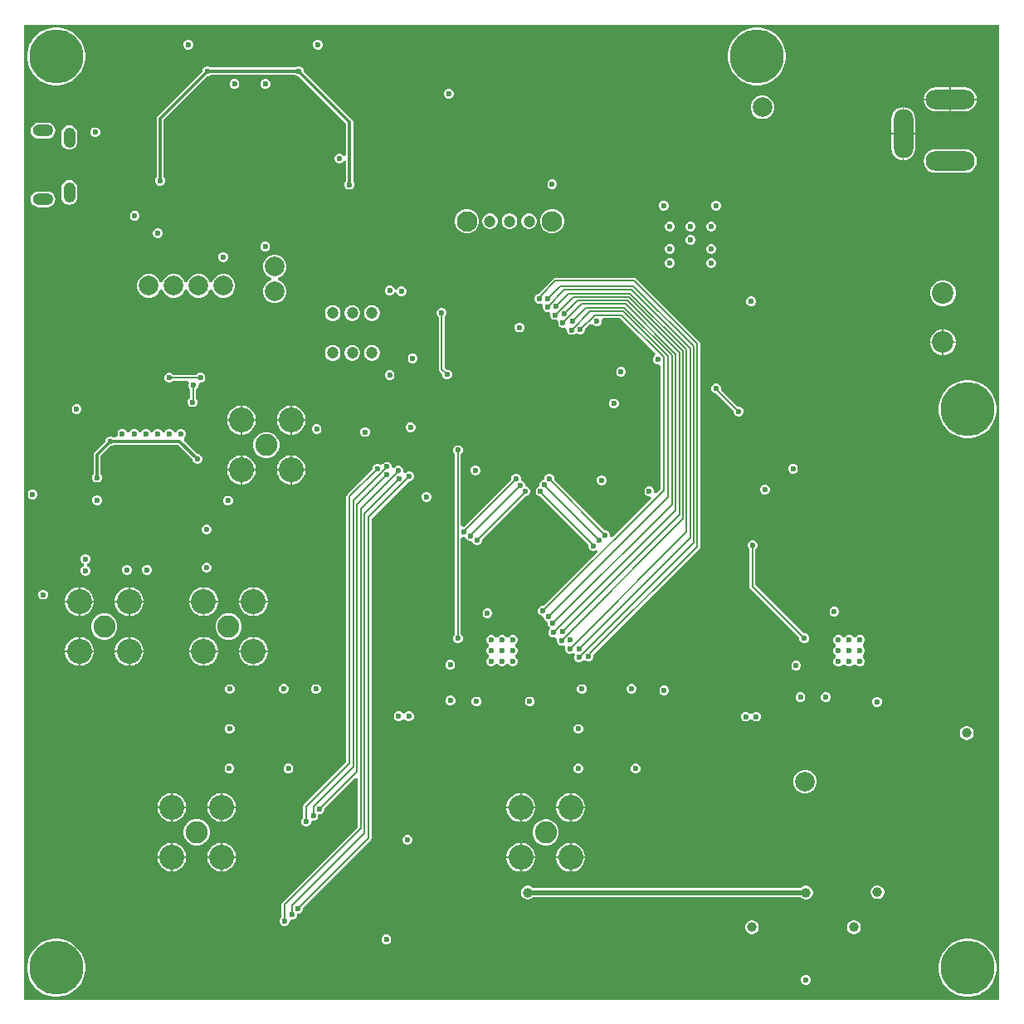
<source format=gbl>
G04*
G04 #@! TF.GenerationSoftware,Altium Limited,Altium Designer,21.8.1 (53)*
G04*
G04 Layer_Physical_Order=4*
G04 Layer_Color=16711680*
%FSLAX44Y44*%
%MOMM*%
G71*
G04*
G04 #@! TF.SameCoordinates,1F2B7916-87B7-47AC-9C12-1C8A47DBEFE2*
G04*
G04*
G04 #@! TF.FilePolarity,Positive*
G04*
G01*
G75*
%ADD13C,0.2000*%
%ADD75C,2.2000*%
%ADD76C,2.1000*%
%ADD132C,0.5000*%
%ADD135C,0.3000*%
%ADD138O,2.1000X1.2000*%
%ADD139O,1.2000X2.1000*%
%ADD140C,2.5500*%
%ADD141C,2.2500*%
%ADD142C,1.2000*%
%ADD143C,5.5000*%
%ADD144C,2.0000*%
%ADD145O,5.0000X2.0000*%
%ADD146O,2.0000X5.0000*%
%ADD147C,1.0000*%
%ADD148C,0.6000*%
G36*
X997451Y2549D02*
X2549D01*
Y997451D01*
X997451D01*
Y2549D01*
D02*
G37*
%LPC*%
G36*
X303182Y981974D02*
X301197D01*
X299363Y981215D01*
X297959Y979811D01*
X297199Y977977D01*
Y975992D01*
X297959Y974158D01*
X299363Y972754D01*
X301197Y971994D01*
X303182D01*
X305016Y972754D01*
X306420Y974158D01*
X307179Y975992D01*
Y977977D01*
X306420Y979811D01*
X305016Y981215D01*
X303182Y981974D01*
D02*
G37*
G36*
X170603D02*
X168618D01*
X166784Y981215D01*
X165380Y979811D01*
X164621Y977977D01*
Y975992D01*
X165380Y974158D01*
X166784Y972754D01*
X168618Y971994D01*
X170603D01*
X172437Y972754D01*
X173841Y974158D01*
X174601Y975992D01*
Y977977D01*
X173841Y979811D01*
X172437Y981215D01*
X170603Y981974D01*
D02*
G37*
G36*
X283720Y954940D02*
X281735D01*
X279901Y954180D01*
X279229Y953508D01*
X192576D01*
X191904Y954180D01*
X190070Y954940D01*
X188084D01*
X186250Y954180D01*
X184847Y952777D01*
X184087Y950943D01*
Y949992D01*
X138417Y904323D01*
X137646Y903168D01*
X137375Y901806D01*
Y841705D01*
X136703Y841033D01*
X135943Y839199D01*
Y837214D01*
X136703Y835380D01*
X138107Y833977D01*
X139941Y833217D01*
X141926D01*
X143760Y833977D01*
X145164Y835380D01*
X145923Y837214D01*
Y839199D01*
X145164Y841033D01*
X144492Y841705D01*
Y900332D01*
X189119Y944960D01*
X190070D01*
X191904Y945720D01*
X192576Y946392D01*
X279229D01*
X279901Y945720D01*
X281735Y944960D01*
X282685D01*
X330925Y896720D01*
Y863800D01*
X328425Y863303D01*
X328288Y863633D01*
X326884Y865037D01*
X325050Y865796D01*
X323065D01*
X321231Y865037D01*
X319827Y863633D01*
X319068Y861799D01*
Y859814D01*
X319827Y857980D01*
X321231Y856576D01*
X323065Y855816D01*
X325050D01*
X326884Y856576D01*
X328288Y857980D01*
X328425Y858310D01*
X330925Y857812D01*
Y837582D01*
X330170Y836827D01*
X329410Y834993D01*
Y833007D01*
X330170Y831173D01*
X331573Y829770D01*
X333407Y829010D01*
X335393D01*
X337227Y829770D01*
X338630Y831173D01*
X339390Y833007D01*
Y834993D01*
X338630Y836827D01*
X338041Y837415D01*
Y898194D01*
X337771Y899556D01*
X336999Y900711D01*
X336999Y900711D01*
X287717Y949992D01*
Y950943D01*
X286958Y952777D01*
X285554Y954180D01*
X283720Y954940D01*
D02*
G37*
G36*
X752321Y994490D02*
X747679D01*
X743094Y993764D01*
X738680Y992329D01*
X734544Y990222D01*
X730789Y987494D01*
X727506Y984211D01*
X724778Y980456D01*
X722671Y976320D01*
X721236Y971906D01*
X720510Y967321D01*
Y962679D01*
X721236Y958094D01*
X722671Y953680D01*
X724778Y949544D01*
X727506Y945789D01*
X730789Y942506D01*
X734544Y939778D01*
X738680Y937671D01*
X743094Y936236D01*
X747679Y935510D01*
X752321D01*
X756906Y936236D01*
X761320Y937671D01*
X765456Y939778D01*
X769211Y942506D01*
X772494Y945789D01*
X775222Y949544D01*
X777329Y953680D01*
X778764Y958094D01*
X779490Y962679D01*
Y967321D01*
X778764Y971906D01*
X777329Y976320D01*
X775222Y980456D01*
X772494Y984211D01*
X769211Y987494D01*
X765456Y990222D01*
X761320Y992329D01*
X756906Y993764D01*
X752321Y994490D01*
D02*
G37*
G36*
X37321D02*
X32679D01*
X28094Y993764D01*
X23680Y992329D01*
X19544Y990222D01*
X15789Y987494D01*
X12506Y984211D01*
X9778Y980456D01*
X7671Y976320D01*
X6236Y971906D01*
X5510Y967321D01*
Y962679D01*
X6236Y958094D01*
X7671Y953680D01*
X9778Y949544D01*
X12506Y945789D01*
X15789Y942506D01*
X19544Y939778D01*
X23680Y937671D01*
X28094Y936236D01*
X32679Y935510D01*
X37321D01*
X41906Y936236D01*
X46320Y937671D01*
X50456Y939778D01*
X54211Y942506D01*
X57494Y945789D01*
X60222Y949544D01*
X62329Y953680D01*
X63764Y958094D01*
X64490Y962679D01*
Y967321D01*
X63764Y971906D01*
X62329Y976320D01*
X60222Y980456D01*
X57494Y984211D01*
X54211Y987494D01*
X50456Y990222D01*
X46320Y992329D01*
X41906Y993764D01*
X37321Y994490D01*
D02*
G37*
G36*
X249400Y941610D02*
X247414D01*
X245580Y940851D01*
X244177Y939447D01*
X243417Y937613D01*
Y935628D01*
X244177Y933794D01*
X245580Y932390D01*
X247414Y931630D01*
X249400D01*
X251234Y932390D01*
X252637Y933794D01*
X253397Y935628D01*
Y937613D01*
X252637Y939447D01*
X251234Y940851D01*
X249400Y941610D01*
D02*
G37*
G36*
X217893Y941610D02*
X215907D01*
X214074Y940851D01*
X212670Y939447D01*
X211910Y937613D01*
Y935628D01*
X212670Y933794D01*
X214074Y932390D01*
X215907Y931630D01*
X217893D01*
X219727Y932390D01*
X221130Y933794D01*
X221890Y935628D01*
Y937613D01*
X221130Y939447D01*
X219727Y940851D01*
X217893Y941610D01*
D02*
G37*
G36*
X962328Y933143D02*
X948078D01*
Y921789D01*
X974333D01*
X974020Y924172D01*
X972810Y927091D01*
X970887Y929598D01*
X968380Y931521D01*
X965461Y932730D01*
X962328Y933143D01*
D02*
G37*
G36*
X946579D02*
X932328D01*
X929196Y932730D01*
X926277Y931521D01*
X923770Y929598D01*
X921846Y927091D01*
X920637Y924172D01*
X920324Y921789D01*
X946579D01*
Y933143D01*
D02*
G37*
G36*
X436493Y931740D02*
X434507D01*
X432673Y930980D01*
X431270Y929577D01*
X430510Y927743D01*
Y925757D01*
X431270Y923923D01*
X432673Y922520D01*
X434507Y921760D01*
X436493D01*
X438327Y922520D01*
X439730Y923923D01*
X440490Y925757D01*
Y927743D01*
X439730Y929577D01*
X438327Y930980D01*
X436493Y931740D01*
D02*
G37*
G36*
X974333Y920289D02*
X948078D01*
Y908936D01*
X962328D01*
X965461Y909348D01*
X968380Y910557D01*
X970887Y912481D01*
X972810Y914987D01*
X974020Y917907D01*
X974333Y920289D01*
D02*
G37*
G36*
X946579D02*
X920324D01*
X920637Y917907D01*
X921846Y914987D01*
X923770Y912481D01*
X926277Y910557D01*
X929196Y909348D01*
X932328Y908936D01*
X946579D01*
Y920289D01*
D02*
G37*
G36*
X757088Y924969D02*
X753931D01*
X750882Y924152D01*
X748148Y922573D01*
X745916Y920341D01*
X744337Y917607D01*
X743520Y914558D01*
Y911401D01*
X744337Y908351D01*
X745916Y905617D01*
X748148Y903385D01*
X750882Y901806D01*
X753931Y900989D01*
X757088D01*
X760138Y901806D01*
X762872Y903385D01*
X765104Y905617D01*
X766683Y908351D01*
X767500Y911401D01*
Y914558D01*
X766683Y917607D01*
X765104Y920341D01*
X762872Y922573D01*
X760138Y924152D01*
X757088Y924969D01*
D02*
G37*
G36*
X900078Y913044D02*
Y886789D01*
X911432D01*
Y901039D01*
X911020Y904172D01*
X909810Y907091D01*
X907887Y909598D01*
X905380Y911521D01*
X902461Y912730D01*
X900078Y913044D01*
D02*
G37*
G36*
X898578Y913044D02*
X896196Y912730D01*
X893277Y911521D01*
X890770Y909598D01*
X888847Y907091D01*
X887637Y904172D01*
X887225Y901039D01*
Y886789D01*
X898578D01*
Y913044D01*
D02*
G37*
G36*
X75719Y892440D02*
X73734D01*
X71900Y891680D01*
X70496Y890277D01*
X69736Y888443D01*
Y886458D01*
X70496Y884623D01*
X71900Y883220D01*
X73734Y882460D01*
X75719D01*
X77553Y883220D01*
X78956Y884623D01*
X79716Y886458D01*
Y888443D01*
X78956Y890277D01*
X77553Y891680D01*
X75719Y892440D01*
D02*
G37*
G36*
X26002Y897229D02*
X17002D01*
X14916Y896955D01*
X12973Y896150D01*
X11304Y894869D01*
X10023Y893200D01*
X9218Y891256D01*
X8943Y889170D01*
X9218Y887085D01*
X10023Y885141D01*
X11304Y883472D01*
X12973Y882191D01*
X14916Y881386D01*
X17002Y881112D01*
X26002D01*
X28088Y881386D01*
X30032Y882191D01*
X31701Y883472D01*
X32982Y885141D01*
X33787Y887085D01*
X34061Y889170D01*
X33787Y891256D01*
X32982Y893200D01*
X31701Y894869D01*
X30032Y896150D01*
X28088Y896955D01*
X26002Y897229D01*
D02*
G37*
G36*
X48502Y894829D02*
X46417Y894554D01*
X44473Y893749D01*
X42804Y892468D01*
X41523Y890799D01*
X40718Y888856D01*
X40443Y886770D01*
Y877770D01*
X40718Y875684D01*
X41523Y873740D01*
X42804Y872072D01*
X44473Y870791D01*
X46417Y869986D01*
X48502Y869711D01*
X50588Y869986D01*
X52532Y870791D01*
X54201Y872072D01*
X55482Y873740D01*
X56287Y875684D01*
X56561Y877770D01*
Y886770D01*
X56287Y888856D01*
X55482Y890799D01*
X54201Y892468D01*
X52532Y893749D01*
X50588Y894554D01*
X48502Y894829D01*
D02*
G37*
G36*
X898578Y885289D02*
X887225D01*
Y871039D01*
X887637Y867907D01*
X888847Y864987D01*
X890770Y862481D01*
X893277Y860557D01*
X896196Y859348D01*
X898578Y859035D01*
Y885289D01*
D02*
G37*
G36*
X911432D02*
X900078D01*
Y859034D01*
X902461Y859348D01*
X905380Y860557D01*
X907887Y862481D01*
X909810Y864987D01*
X911020Y867907D01*
X911432Y871039D01*
Y885289D01*
D02*
G37*
G36*
X962328Y870133D02*
X932328D01*
X929198Y869721D01*
X926282Y868512D01*
X923777Y866591D01*
X921855Y864086D01*
X920647Y861169D01*
X920235Y858039D01*
X920647Y854909D01*
X921855Y851992D01*
X923777Y849488D01*
X926282Y847566D01*
X929198Y846358D01*
X932328Y845946D01*
X962328D01*
X965459Y846358D01*
X968375Y847566D01*
X970880Y849488D01*
X972802Y851992D01*
X974010Y854909D01*
X974422Y858039D01*
X974010Y861169D01*
X972802Y864086D01*
X970880Y866591D01*
X968375Y868512D01*
X965459Y869721D01*
X962328Y870133D01*
D02*
G37*
G36*
X542032Y839551D02*
X540047D01*
X538213Y838791D01*
X536809Y837388D01*
X536049Y835554D01*
Y833568D01*
X536809Y831734D01*
X538213Y830331D01*
X540047Y829571D01*
X542032D01*
X543866Y830331D01*
X545270Y831734D01*
X546029Y833568D01*
Y835554D01*
X545270Y837388D01*
X543866Y838791D01*
X542032Y839551D01*
D02*
G37*
G36*
X48502Y838629D02*
X46417Y838354D01*
X44473Y837549D01*
X42804Y836268D01*
X41523Y834600D01*
X40718Y832656D01*
X40443Y830570D01*
Y821570D01*
X40718Y819484D01*
X41523Y817541D01*
X42804Y815872D01*
X44473Y814591D01*
X46417Y813786D01*
X48502Y813511D01*
X50588Y813786D01*
X52532Y814591D01*
X54201Y815872D01*
X55482Y817541D01*
X56287Y819484D01*
X56561Y821570D01*
Y830570D01*
X56287Y832656D01*
X55482Y834600D01*
X54201Y836268D01*
X52532Y837549D01*
X50588Y838354D01*
X48502Y838629D01*
D02*
G37*
G36*
X26002Y827229D02*
X17002D01*
X14916Y826955D01*
X12973Y826150D01*
X11304Y824869D01*
X10023Y823200D01*
X9218Y821256D01*
X8943Y819170D01*
X9218Y817085D01*
X10023Y815141D01*
X11304Y813472D01*
X12973Y812191D01*
X14916Y811386D01*
X17002Y811112D01*
X26002D01*
X28088Y811386D01*
X30032Y812191D01*
X31701Y813472D01*
X32982Y815141D01*
X33787Y817085D01*
X34061Y819170D01*
X33787Y821256D01*
X32982Y823200D01*
X31701Y824869D01*
X30032Y826150D01*
X28088Y826955D01*
X26002Y827229D01*
D02*
G37*
G36*
X709266Y817740D02*
X707281D01*
X705447Y816980D01*
X704043Y815576D01*
X703283Y813743D01*
Y811757D01*
X704043Y809923D01*
X705447Y808520D01*
X707281Y807760D01*
X709266D01*
X711100Y808520D01*
X712504Y809923D01*
X713263Y811757D01*
Y813743D01*
X712504Y815576D01*
X711100Y816980D01*
X709266Y817740D01*
D02*
G37*
G36*
X655691D02*
X653706D01*
X651872Y816980D01*
X650468Y815576D01*
X649709Y813743D01*
Y811757D01*
X650468Y809923D01*
X651872Y808520D01*
X653706Y807760D01*
X655691D01*
X657525Y808520D01*
X658929Y809923D01*
X659689Y811757D01*
Y813743D01*
X658929Y815576D01*
X657525Y816980D01*
X655691Y817740D01*
D02*
G37*
G36*
X116220Y807309D02*
X114235D01*
X112401Y806549D01*
X110997Y805145D01*
X110237Y803311D01*
Y801326D01*
X110997Y799492D01*
X112401Y798088D01*
X114235Y797329D01*
X116220D01*
X118054Y798088D01*
X119458Y799492D01*
X120217Y801326D01*
Y803311D01*
X119458Y805145D01*
X118054Y806549D01*
X116220Y807309D01*
D02*
G37*
G36*
X518591Y804801D02*
X516487D01*
X514455Y804256D01*
X512633Y803204D01*
X511146Y801717D01*
X510094Y799895D01*
X509549Y797863D01*
Y795759D01*
X510094Y793727D01*
X511146Y791905D01*
X512633Y790417D01*
X514455Y789365D01*
X516487Y788821D01*
X518591D01*
X520623Y789365D01*
X522445Y790417D01*
X523933Y791905D01*
X524985Y793727D01*
X525529Y795759D01*
Y797863D01*
X524985Y799895D01*
X523933Y801717D01*
X522445Y803204D01*
X520623Y804256D01*
X518591Y804801D01*
D02*
G37*
G36*
X498591D02*
X496487D01*
X494455Y804256D01*
X492633Y803204D01*
X491146Y801717D01*
X490094Y799895D01*
X489549Y797863D01*
Y795759D01*
X490094Y793727D01*
X491146Y791905D01*
X492633Y790417D01*
X494455Y789365D01*
X496487Y788821D01*
X498591D01*
X500623Y789365D01*
X502445Y790417D01*
X503933Y791905D01*
X504985Y793727D01*
X505529Y795759D01*
Y797863D01*
X504985Y799895D01*
X503933Y801717D01*
X502445Y803204D01*
X500623Y804256D01*
X498591Y804801D01*
D02*
G37*
G36*
X478591D02*
X476487D01*
X474455Y804256D01*
X472633Y803204D01*
X471146Y801717D01*
X470094Y799895D01*
X469549Y797863D01*
Y795759D01*
X470094Y793727D01*
X471146Y791905D01*
X472633Y790417D01*
X474455Y789365D01*
X476487Y788821D01*
X478591D01*
X480623Y789365D01*
X482445Y790417D01*
X483933Y791905D01*
X484985Y793727D01*
X485529Y795759D01*
Y797863D01*
X484985Y799895D01*
X483933Y801717D01*
X482445Y803204D01*
X480623Y804256D01*
X478591Y804801D01*
D02*
G37*
G36*
X704242Y796254D02*
X702257D01*
X700423Y795494D01*
X699020Y794090D01*
X698260Y792256D01*
Y790271D01*
X699020Y788437D01*
X700423Y787033D01*
X702257Y786274D01*
X704242D01*
X706077Y787033D01*
X707480Y788437D01*
X708240Y790271D01*
Y792256D01*
X707480Y794090D01*
X706077Y795494D01*
X704242Y796254D01*
D02*
G37*
G36*
X662243D02*
X660257D01*
X658423Y795494D01*
X657020Y794090D01*
X656260Y792256D01*
Y790271D01*
X657020Y788437D01*
X658423Y787033D01*
X660257Y786274D01*
X662243D01*
X664077Y787033D01*
X665480Y788437D01*
X666240Y790271D01*
Y792256D01*
X665480Y794090D01*
X664077Y795494D01*
X662243Y796254D01*
D02*
G37*
G36*
X683243Y796174D02*
X681257D01*
X679423Y795414D01*
X678020Y794011D01*
X677260Y792177D01*
Y790191D01*
X678020Y788357D01*
X679423Y786954D01*
X681257Y786194D01*
X683243D01*
X685077Y786954D01*
X686480Y788357D01*
X687240Y790191D01*
Y792177D01*
X686480Y794011D01*
X685077Y795414D01*
X683243Y796174D01*
D02*
G37*
G36*
X542684Y809301D02*
X539395D01*
X536218Y808450D01*
X533370Y806805D01*
X531045Y804480D01*
X529400Y801632D01*
X528549Y798455D01*
Y795167D01*
X529400Y791990D01*
X531045Y789142D01*
X533370Y786816D01*
X536218Y785172D01*
X539395Y784321D01*
X542684D01*
X545860Y785172D01*
X548708Y786816D01*
X551034Y789142D01*
X552678Y791990D01*
X553529Y795167D01*
Y798455D01*
X552678Y801632D01*
X551034Y804480D01*
X548708Y806805D01*
X545860Y808450D01*
X542684Y809301D01*
D02*
G37*
G36*
X455684D02*
X452395D01*
X449218Y808450D01*
X446370Y806805D01*
X444045Y804480D01*
X442401Y801632D01*
X441549Y798455D01*
Y795167D01*
X442401Y791990D01*
X444045Y789142D01*
X446370Y786816D01*
X449218Y785172D01*
X452395Y784321D01*
X455684D01*
X458860Y785172D01*
X461708Y786816D01*
X464034Y789142D01*
X465678Y791990D01*
X466529Y795167D01*
Y798455D01*
X465678Y801632D01*
X464034Y804480D01*
X461708Y806805D01*
X458860Y808450D01*
X455684Y809301D01*
D02*
G37*
G36*
X139692Y789401D02*
X137707D01*
X135873Y788641D01*
X134469Y787237D01*
X133709Y785403D01*
Y783418D01*
X134469Y781584D01*
X135873Y780180D01*
X137707Y779421D01*
X139692D01*
X141526Y780180D01*
X142930Y781584D01*
X143689Y783418D01*
Y785403D01*
X142930Y787237D01*
X141526Y788641D01*
X139692Y789401D01*
D02*
G37*
G36*
X683243Y782490D02*
X681257D01*
X679423Y781730D01*
X678020Y780327D01*
X677260Y778493D01*
Y776507D01*
X678020Y774673D01*
X679423Y773270D01*
X681257Y772510D01*
X683243D01*
X685077Y773270D01*
X686480Y774673D01*
X687240Y776507D01*
Y778493D01*
X686480Y780327D01*
X685077Y781730D01*
X683243Y782490D01*
D02*
G37*
G36*
X249261Y775811D02*
X247276D01*
X245442Y775051D01*
X244038Y773648D01*
X243279Y771814D01*
Y769828D01*
X244038Y767994D01*
X245442Y766591D01*
X247276Y765831D01*
X249261D01*
X251095Y766591D01*
X252499Y767994D01*
X253258Y769828D01*
Y771814D01*
X252499Y773648D01*
X251095Y775051D01*
X249261Y775811D01*
D02*
G37*
G36*
X704242Y773580D02*
X702257D01*
X700423Y772820D01*
X699020Y771416D01*
X698260Y769583D01*
Y767597D01*
X699020Y765763D01*
X700423Y764360D01*
X702257Y763600D01*
X704242D01*
X706077Y764360D01*
X707480Y765763D01*
X708240Y767597D01*
Y769583D01*
X707480Y771416D01*
X706077Y772820D01*
X704242Y773580D01*
D02*
G37*
G36*
X662243D02*
X660257D01*
X658423Y772820D01*
X657020Y771416D01*
X656260Y769583D01*
Y767597D01*
X657020Y765763D01*
X658423Y764360D01*
X660257Y763600D01*
X662243D01*
X664077Y764360D01*
X665480Y765763D01*
X666240Y767597D01*
Y769583D01*
X665480Y771416D01*
X664077Y772820D01*
X662243Y773580D01*
D02*
G37*
G36*
X206478Y765312D02*
X204493D01*
X202659Y764552D01*
X201255Y763148D01*
X200495Y761314D01*
Y759329D01*
X201255Y757495D01*
X202659Y756092D01*
X204493Y755332D01*
X206478D01*
X208312Y756092D01*
X209716Y757495D01*
X210476Y759329D01*
Y761314D01*
X209716Y763148D01*
X208312Y764552D01*
X206478Y765312D01*
D02*
G37*
G36*
X704242Y759018D02*
X702257D01*
X700423Y758258D01*
X699020Y756854D01*
X698260Y755020D01*
Y753035D01*
X699020Y751201D01*
X700423Y749797D01*
X702257Y749038D01*
X704242D01*
X706077Y749797D01*
X707480Y751201D01*
X708240Y753035D01*
Y755020D01*
X707480Y756854D01*
X706077Y758258D01*
X704242Y759018D01*
D02*
G37*
G36*
X662243D02*
X660257D01*
X658423Y758258D01*
X657020Y756854D01*
X656260Y755020D01*
Y753035D01*
X657020Y751201D01*
X658423Y749797D01*
X660257Y749038D01*
X662243D01*
X664077Y749797D01*
X665480Y751201D01*
X666240Y753035D01*
Y755020D01*
X665480Y756854D01*
X664077Y758258D01*
X662243Y759018D01*
D02*
G37*
G36*
X207195Y742822D02*
X204038D01*
X200989Y742005D01*
X198255Y740426D01*
X196022Y738194D01*
X194444Y735460D01*
X194211Y734590D01*
X191623D01*
X191390Y735460D01*
X189811Y738194D01*
X187579Y740426D01*
X184845Y742005D01*
X181795Y742822D01*
X178638D01*
X175589Y742005D01*
X172855Y740426D01*
X170622Y738194D01*
X169044Y735460D01*
X168811Y734590D01*
X166223D01*
X165990Y735460D01*
X164411Y738194D01*
X162179Y740426D01*
X159445Y742005D01*
X156395Y742822D01*
X153238D01*
X150189Y742005D01*
X147455Y740426D01*
X145222Y738194D01*
X143644Y735460D01*
X143411Y734590D01*
X140823D01*
X140590Y735460D01*
X139011Y738194D01*
X136779Y740426D01*
X134045Y742005D01*
X130995Y742822D01*
X127838D01*
X124789Y742005D01*
X122055Y740426D01*
X119822Y738194D01*
X118244Y735460D01*
X117427Y732410D01*
Y729253D01*
X118244Y726204D01*
X119822Y723470D01*
X122055Y721237D01*
X124789Y719659D01*
X127838Y718842D01*
X130995D01*
X134045Y719659D01*
X136779Y721237D01*
X139011Y723470D01*
X140590Y726204D01*
X140823Y727073D01*
X143411D01*
X143644Y726204D01*
X145222Y723470D01*
X147455Y721237D01*
X150189Y719659D01*
X153238Y718842D01*
X156395D01*
X159445Y719659D01*
X162179Y721237D01*
X164411Y723470D01*
X165990Y726204D01*
X166223Y727073D01*
X168811D01*
X169044Y726204D01*
X170622Y723470D01*
X172855Y721237D01*
X175589Y719659D01*
X178638Y718842D01*
X181795D01*
X184845Y719659D01*
X187579Y721237D01*
X189811Y723470D01*
X191390Y726204D01*
X191623Y727073D01*
X194211D01*
X194444Y726204D01*
X196022Y723470D01*
X198255Y721237D01*
X200989Y719659D01*
X204038Y718842D01*
X207195D01*
X210245Y719659D01*
X212979Y721237D01*
X215211Y723470D01*
X216790Y726204D01*
X217607Y729253D01*
Y732410D01*
X216790Y735460D01*
X215211Y738194D01*
X212979Y740426D01*
X210245Y742005D01*
X207195Y742822D01*
D02*
G37*
G36*
X376253Y730817D02*
X374267D01*
X372433Y730058D01*
X371030Y728654D01*
X370270Y726820D01*
Y724835D01*
X371030Y723001D01*
X372433Y721597D01*
X374267Y720837D01*
X376253D01*
X378087Y721597D01*
X379490Y723001D01*
X379926Y724052D01*
X380279Y724107D01*
X382529Y723804D01*
X383035Y722581D01*
X384439Y721177D01*
X386273Y720418D01*
X388258D01*
X390092Y721177D01*
X391496Y722581D01*
X392256Y724415D01*
Y726400D01*
X391496Y728234D01*
X390092Y729638D01*
X388258Y730398D01*
X386273D01*
X384439Y729638D01*
X383035Y728234D01*
X382600Y727182D01*
X382247Y727128D01*
X379997Y727431D01*
X379490Y728654D01*
X378087Y730058D01*
X376253Y730817D01*
D02*
G37*
G36*
X259503Y762476D02*
X256346D01*
X253297Y761659D01*
X250563Y760080D01*
X248330Y757848D01*
X246752Y755114D01*
X245935Y752065D01*
Y748907D01*
X246752Y745858D01*
X248330Y743124D01*
X250563Y740892D01*
X253297Y739313D01*
X254166Y739080D01*
Y736492D01*
X253297Y736259D01*
X250563Y734680D01*
X248330Y732448D01*
X246752Y729714D01*
X245935Y726665D01*
Y723508D01*
X246752Y720458D01*
X248330Y717724D01*
X250563Y715492D01*
X253297Y713913D01*
X256346Y713096D01*
X259503D01*
X262553Y713913D01*
X265287Y715492D01*
X267519Y717724D01*
X269098Y720458D01*
X269915Y723508D01*
Y726665D01*
X269098Y729714D01*
X267519Y732448D01*
X265287Y734680D01*
X262553Y736259D01*
X261683Y736492D01*
Y739080D01*
X262553Y739313D01*
X265287Y740892D01*
X267519Y743124D01*
X269098Y745858D01*
X269915Y748907D01*
Y752065D01*
X269098Y755114D01*
X267519Y757848D01*
X265287Y760080D01*
X262553Y761659D01*
X259503Y762476D01*
D02*
G37*
G36*
X941460Y736240D02*
X938040D01*
X934736Y735355D01*
X931774Y733645D01*
X929355Y731226D01*
X927645Y728264D01*
X926760Y724960D01*
Y721540D01*
X927645Y718236D01*
X929355Y715274D01*
X931774Y712856D01*
X934736Y711145D01*
X938040Y710260D01*
X941460D01*
X944764Y711145D01*
X947726Y712856D01*
X950145Y715274D01*
X951855Y718236D01*
X952740Y721540D01*
Y724960D01*
X951855Y728264D01*
X950145Y731226D01*
X947726Y733645D01*
X944764Y735355D01*
X941460Y736240D01*
D02*
G37*
G36*
X745143Y719840D02*
X743157D01*
X741323Y719080D01*
X739920Y717677D01*
X739160Y715843D01*
Y713857D01*
X739920Y712023D01*
X741323Y710620D01*
X743157Y709860D01*
X745143D01*
X746977Y710620D01*
X748380Y712023D01*
X749140Y713857D01*
Y715843D01*
X748380Y717677D01*
X746977Y719080D01*
X745143Y719840D01*
D02*
G37*
G36*
X358277Y711088D02*
X356173D01*
X354141Y710543D01*
X352319Y709491D01*
X350831Y708003D01*
X349780Y706182D01*
X349235Y704149D01*
Y702046D01*
X349780Y700014D01*
X350831Y698192D01*
X352319Y696704D01*
X354141Y695652D01*
X356173Y695108D01*
X358277D01*
X360309Y695652D01*
X362131Y696704D01*
X363619Y698192D01*
X364670Y700014D01*
X365215Y702046D01*
Y704149D01*
X364670Y706182D01*
X363619Y708003D01*
X362131Y709491D01*
X360309Y710543D01*
X358277Y711088D01*
D02*
G37*
G36*
X338277D02*
X336173D01*
X334141Y710543D01*
X332319Y709491D01*
X330831Y708003D01*
X329780Y706182D01*
X329235Y704149D01*
Y702046D01*
X329780Y700014D01*
X330831Y698192D01*
X332319Y696704D01*
X334141Y695652D01*
X336173Y695108D01*
X338277D01*
X340309Y695652D01*
X342131Y696704D01*
X343619Y698192D01*
X344670Y700014D01*
X345215Y702046D01*
Y704149D01*
X344670Y706182D01*
X343619Y708003D01*
X342131Y709491D01*
X340309Y710543D01*
X338277Y711088D01*
D02*
G37*
G36*
X318277D02*
X316173D01*
X314141Y710543D01*
X312319Y709491D01*
X310832Y708003D01*
X309780Y706182D01*
X309235Y704149D01*
Y702046D01*
X309780Y700014D01*
X310832Y698192D01*
X312319Y696704D01*
X314141Y695652D01*
X316173Y695108D01*
X318277D01*
X320309Y695652D01*
X322131Y696704D01*
X323619Y698192D01*
X324670Y700014D01*
X325215Y702046D01*
Y704149D01*
X324670Y706182D01*
X323619Y708003D01*
X322131Y709491D01*
X320309Y710543D01*
X318277Y711088D01*
D02*
G37*
G36*
X508900Y693353D02*
X506915D01*
X505081Y692593D01*
X503678Y691189D01*
X502918Y689355D01*
Y687370D01*
X503678Y685536D01*
X505081Y684133D01*
X506915Y683373D01*
X508900D01*
X510734Y684133D01*
X512138Y685536D01*
X512898Y687370D01*
Y689355D01*
X512138Y691189D01*
X510734Y692593D01*
X508900Y693353D01*
D02*
G37*
G36*
X941461Y686250D02*
X940500D01*
Y674000D01*
X952750D01*
Y674961D01*
X951864Y678268D01*
X950153Y681232D01*
X947732Y683653D01*
X944768Y685364D01*
X941461Y686250D01*
D02*
G37*
G36*
X939000D02*
X938038D01*
X934732Y685364D01*
X931768Y683653D01*
X929347Y681232D01*
X927636Y678268D01*
X926750Y674961D01*
Y674000D01*
X939000D01*
Y686250D01*
D02*
G37*
G36*
X952750Y672500D02*
X940500D01*
Y660250D01*
X941461D01*
X944768Y661136D01*
X947732Y662848D01*
X950153Y665268D01*
X951864Y668232D01*
X952750Y671539D01*
Y672500D01*
D02*
G37*
G36*
X939000D02*
X926750D01*
Y671539D01*
X927636Y668232D01*
X929347Y665268D01*
X931768Y662848D01*
X934732Y661136D01*
X938038Y660250D01*
X939000D01*
Y672500D01*
D02*
G37*
G36*
X358277Y670458D02*
X356173D01*
X354141Y669913D01*
X352319Y668861D01*
X350831Y667374D01*
X349780Y665552D01*
X349235Y663520D01*
Y661416D01*
X349780Y659383D01*
X350831Y657562D01*
X352319Y656074D01*
X354141Y655022D01*
X356173Y654478D01*
X358277D01*
X360309Y655022D01*
X362131Y656074D01*
X363619Y657562D01*
X364670Y659383D01*
X365215Y661416D01*
Y663520D01*
X364670Y665552D01*
X363619Y667374D01*
X362131Y668861D01*
X360309Y669913D01*
X358277Y670458D01*
D02*
G37*
G36*
X338277D02*
X336173D01*
X334141Y669913D01*
X332319Y668861D01*
X330831Y667374D01*
X329780Y665552D01*
X329235Y663520D01*
Y661416D01*
X329780Y659383D01*
X330831Y657562D01*
X332319Y656074D01*
X334141Y655022D01*
X336173Y654478D01*
X338277D01*
X340309Y655022D01*
X342131Y656074D01*
X343619Y657562D01*
X344670Y659383D01*
X345215Y661416D01*
Y663520D01*
X344670Y665552D01*
X343619Y667374D01*
X342131Y668861D01*
X340309Y669913D01*
X338277Y670458D01*
D02*
G37*
G36*
X318277D02*
X316173D01*
X314141Y669913D01*
X312319Y668861D01*
X310832Y667374D01*
X309780Y665552D01*
X309235Y663520D01*
Y661416D01*
X309780Y659383D01*
X310832Y657562D01*
X312319Y656074D01*
X314141Y655022D01*
X316173Y654478D01*
X318277D01*
X320309Y655022D01*
X322131Y656074D01*
X323619Y657562D01*
X324670Y659383D01*
X325215Y661416D01*
Y663520D01*
X324670Y665552D01*
X323619Y667374D01*
X322131Y668861D01*
X320309Y669913D01*
X318277Y670458D01*
D02*
G37*
G36*
X399840Y661892D02*
X397855D01*
X396021Y661133D01*
X394617Y659729D01*
X393857Y657895D01*
Y655910D01*
X394617Y654076D01*
X396021Y652672D01*
X397855Y651913D01*
X399840D01*
X401674Y652672D01*
X403078Y654076D01*
X403838Y655910D01*
Y657895D01*
X403078Y659729D01*
X401674Y661133D01*
X399840Y661892D01*
D02*
G37*
G36*
X183156Y641990D02*
X181171D01*
X179337Y641230D01*
X178155Y640049D01*
X154418D01*
X153236Y641230D01*
X151402Y641990D01*
X149417D01*
X147583Y641230D01*
X146179Y639827D01*
X145419Y637993D01*
Y636007D01*
X146179Y634173D01*
X147583Y632770D01*
X149417Y632010D01*
X151402D01*
X153236Y632770D01*
X154418Y633951D01*
X169041D01*
X169568Y633402D01*
X170484Y631451D01*
X170012Y630313D01*
Y628328D01*
X170772Y626494D01*
X171659Y625607D01*
Y616472D01*
X171585Y616441D01*
X170182Y615037D01*
X169422Y613204D01*
Y611218D01*
X170182Y609384D01*
X171585Y607981D01*
X173419Y607221D01*
X175404D01*
X177239Y607981D01*
X178642Y609384D01*
X179402Y611218D01*
Y613204D01*
X178642Y615037D01*
X177756Y615924D01*
Y625060D01*
X177829Y625090D01*
X179233Y626494D01*
X179993Y628328D01*
Y629792D01*
X180496Y630739D01*
X181996Y632010D01*
X183156D01*
X184990Y632770D01*
X186394Y634173D01*
X187153Y636007D01*
Y637993D01*
X186394Y639827D01*
X184990Y641230D01*
X183156Y641990D01*
D02*
G37*
G36*
X612311Y648156D02*
X610326D01*
X608492Y647396D01*
X607088Y645992D01*
X606328Y644158D01*
Y642173D01*
X607088Y640339D01*
X608492Y638935D01*
X610326Y638176D01*
X612311D01*
X614145Y638935D01*
X615549Y640339D01*
X616308Y642173D01*
Y644158D01*
X615549Y645992D01*
X614145Y647396D01*
X612311Y648156D01*
D02*
G37*
G36*
X429236Y708262D02*
X427251D01*
X425417Y707502D01*
X424013Y706098D01*
X423254Y704264D01*
Y702279D01*
X424013Y700445D01*
X425195Y699263D01*
Y645713D01*
X425427Y644546D01*
X426088Y643557D01*
X428760Y640885D01*
Y639214D01*
X429520Y637380D01*
X430923Y635976D01*
X432757Y635216D01*
X434743D01*
X436577Y635976D01*
X437980Y637380D01*
X438740Y639214D01*
Y641199D01*
X437980Y643033D01*
X436577Y644437D01*
X434743Y645196D01*
X433071D01*
X431292Y646976D01*
Y699263D01*
X432474Y700445D01*
X433234Y702279D01*
Y704264D01*
X432474Y706098D01*
X431070Y707502D01*
X429236Y708262D01*
D02*
G37*
G36*
X376253Y644643D02*
X374267D01*
X372433Y643883D01*
X371030Y642479D01*
X370270Y640645D01*
Y638660D01*
X371030Y636826D01*
X372433Y635422D01*
X374267Y634663D01*
X376253D01*
X378087Y635422D01*
X379490Y636826D01*
X380250Y638660D01*
Y640645D01*
X379490Y642479D01*
X378087Y643883D01*
X376253Y644643D01*
D02*
G37*
G36*
X604911Y615579D02*
X602926D01*
X601092Y614820D01*
X599688Y613416D01*
X598928Y611582D01*
Y609597D01*
X599688Y607763D01*
X601092Y606359D01*
X602926Y605599D01*
X604911D01*
X606745Y606359D01*
X608149Y607763D01*
X608908Y609597D01*
Y611582D01*
X608149Y613416D01*
X606745Y614820D01*
X604911Y615579D01*
D02*
G37*
G36*
X56930Y610015D02*
X54945D01*
X53111Y609255D01*
X51707Y607851D01*
X50948Y606017D01*
Y604032D01*
X51707Y602198D01*
X53111Y600795D01*
X54945Y600035D01*
X56930D01*
X58764Y600795D01*
X60168Y602198D01*
X60928Y604032D01*
Y606017D01*
X60168Y607851D01*
X58764Y609255D01*
X56930Y610015D01*
D02*
G37*
G36*
X709266Y631043D02*
X707281D01*
X705447Y630283D01*
X704043Y628880D01*
X703283Y627046D01*
Y625060D01*
X704043Y623226D01*
X705447Y621823D01*
X707281Y621063D01*
X708438D01*
X726460Y603041D01*
Y601807D01*
X727220Y599973D01*
X728623Y598570D01*
X730457Y597810D01*
X732443D01*
X734277Y598570D01*
X735680Y599973D01*
X736440Y601807D01*
Y603793D01*
X735680Y605627D01*
X734277Y607030D01*
X732443Y607790D01*
X730457D01*
X730370Y607754D01*
X713205Y624919D01*
X713263Y625060D01*
Y627046D01*
X712504Y628880D01*
X711100Y630283D01*
X709266Y631043D01*
D02*
G37*
G36*
X276274Y608650D02*
X275571D01*
Y594650D01*
X289571D01*
Y595353D01*
X289004Y598202D01*
X287892Y600887D01*
X286278Y603303D01*
X284224Y605357D01*
X281808Y606971D01*
X279123Y608083D01*
X276274Y608650D01*
D02*
G37*
G36*
X225474D02*
X224771D01*
Y594650D01*
X238771D01*
Y595353D01*
X238204Y598202D01*
X237092Y600887D01*
X235478Y603303D01*
X233424Y605357D01*
X231008Y606971D01*
X228323Y608083D01*
X225474Y608650D01*
D02*
G37*
G36*
X274071D02*
X273368D01*
X270519Y608083D01*
X267834Y606971D01*
X265418Y605357D01*
X263364Y603303D01*
X261750Y600887D01*
X260638Y598202D01*
X260071Y595353D01*
Y594650D01*
X274071D01*
Y608650D01*
D02*
G37*
G36*
X223271D02*
X222568D01*
X219719Y608083D01*
X217034Y606971D01*
X214618Y605357D01*
X212564Y603303D01*
X210950Y600887D01*
X209838Y598202D01*
X209271Y595353D01*
Y594650D01*
X223271D01*
Y608650D01*
D02*
G37*
G36*
X163504Y584882D02*
X161519D01*
X159685Y584123D01*
X158281Y582719D01*
X157811Y581584D01*
X155212D01*
X154741Y582719D01*
X153338Y584123D01*
X151504Y584882D01*
X149519D01*
X147685Y584123D01*
X146281Y582719D01*
X145811Y581584D01*
X143211D01*
X142741Y582719D01*
X141338Y584123D01*
X139504Y584882D01*
X137519D01*
X135685Y584123D01*
X134281Y582719D01*
X133811Y581584D01*
X131212D01*
X130742Y582719D01*
X129338Y584123D01*
X127504Y584882D01*
X125519D01*
X123685Y584123D01*
X122281Y582719D01*
X121811Y581584D01*
X119212D01*
X118742Y582719D01*
X117338Y584123D01*
X115504Y584882D01*
X113519D01*
X111685Y584123D01*
X110281Y582719D01*
X109811Y581584D01*
X107212D01*
X106742Y582719D01*
X105338Y584123D01*
X103504Y584882D01*
X101519D01*
X99685Y584123D01*
X98281Y582719D01*
X97521Y580885D01*
Y578900D01*
X97718Y578424D01*
X96312Y576173D01*
X93829Y576010D01*
X93243Y576596D01*
X91409Y577356D01*
X89423D01*
X87589Y576596D01*
X86186Y575193D01*
X85426Y573358D01*
Y572408D01*
X74420Y561402D01*
X73649Y560248D01*
X73378Y558886D01*
Y538686D01*
X72706Y538014D01*
X71946Y536180D01*
Y534195D01*
X72706Y532361D01*
X74110Y530957D01*
X75943Y530197D01*
X77929D01*
X79763Y530957D01*
X81166Y532361D01*
X81926Y534195D01*
Y536180D01*
X81166Y538014D01*
X80494Y538686D01*
Y557412D01*
X90458Y567376D01*
X91409D01*
X93243Y568136D01*
X93915Y568808D01*
X159441D01*
X174227Y554021D01*
Y553071D01*
X174987Y551237D01*
X176391Y549833D01*
X178225Y549073D01*
X180210D01*
X182044Y549833D01*
X183447Y551237D01*
X184207Y553071D01*
Y555056D01*
X183447Y556890D01*
X182044Y558294D01*
X180210Y559053D01*
X179259D01*
X165351Y572962D01*
X165338Y575662D01*
X165547Y575872D01*
X166742Y577066D01*
X167501Y578900D01*
Y580885D01*
X166742Y582719D01*
X165338Y584123D01*
X163504Y584882D01*
D02*
G37*
G36*
X397465Y591320D02*
X395480D01*
X393646Y590561D01*
X392242Y589157D01*
X391482Y587323D01*
Y585338D01*
X392242Y583504D01*
X393646Y582100D01*
X395480Y581340D01*
X397465D01*
X399299Y582100D01*
X400703Y583504D01*
X401462Y585338D01*
Y587323D01*
X400703Y589157D01*
X399299Y590561D01*
X397465Y591320D01*
D02*
G37*
G36*
X301743Y589734D02*
X299757D01*
X297923Y588975D01*
X296520Y587571D01*
X295760Y585737D01*
Y583752D01*
X296520Y581918D01*
X297923Y580514D01*
X299757Y579754D01*
X301743D01*
X303577Y580514D01*
X304980Y581918D01*
X305740Y583752D01*
Y585737D01*
X304980Y587571D01*
X303577Y588975D01*
X301743Y589734D01*
D02*
G37*
G36*
X289571Y593150D02*
X275571D01*
Y579150D01*
X276274D01*
X279123Y579717D01*
X281808Y580829D01*
X284224Y582443D01*
X286278Y584497D01*
X287892Y586913D01*
X289004Y589598D01*
X289571Y592447D01*
Y593150D01*
D02*
G37*
G36*
X274071D02*
X260071D01*
Y592447D01*
X260638Y589598D01*
X261750Y586913D01*
X263364Y584497D01*
X265418Y582443D01*
X267834Y580829D01*
X270519Y579717D01*
X273368Y579150D01*
X274071D01*
Y593150D01*
D02*
G37*
G36*
X238771D02*
X224771D01*
Y579150D01*
X225474D01*
X228323Y579717D01*
X231008Y580829D01*
X233424Y582443D01*
X235478Y584497D01*
X237092Y586913D01*
X238204Y589598D01*
X238771Y592447D01*
Y593150D01*
D02*
G37*
G36*
X223271D02*
X209271D01*
Y592447D01*
X209838Y589598D01*
X210950Y586913D01*
X212564Y584497D01*
X214618Y582443D01*
X217034Y580829D01*
X219719Y579717D01*
X222568Y579150D01*
X223271D01*
Y593150D01*
D02*
G37*
G36*
X350969Y586752D02*
X348983D01*
X347150Y585993D01*
X345746Y584589D01*
X344986Y582755D01*
Y580770D01*
X345746Y578936D01*
X347150Y577532D01*
X348983Y576772D01*
X350969D01*
X352803Y577532D01*
X354206Y578936D01*
X354966Y580770D01*
Y582755D01*
X354206Y584589D01*
X352803Y585993D01*
X350969Y586752D01*
D02*
G37*
G36*
X967321Y634490D02*
X962679D01*
X958094Y633764D01*
X953680Y632329D01*
X949544Y630222D01*
X945789Y627494D01*
X942506Y624212D01*
X939778Y620456D01*
X937671Y616320D01*
X936236Y611906D01*
X935510Y607321D01*
Y602679D01*
X936236Y598094D01*
X937671Y593680D01*
X939778Y589544D01*
X942506Y585789D01*
X945789Y582506D01*
X949544Y579778D01*
X953680Y577671D01*
X958094Y576236D01*
X962679Y575510D01*
X967321D01*
X971906Y576236D01*
X976320Y577671D01*
X980456Y579778D01*
X984211Y582506D01*
X987494Y585789D01*
X990222Y589544D01*
X992329Y593680D01*
X993764Y598094D01*
X994490Y602679D01*
Y607321D01*
X993764Y611906D01*
X992329Y616320D01*
X990222Y620456D01*
X987494Y624212D01*
X984211Y627494D01*
X980456Y630222D01*
X976320Y632329D01*
X971906Y633764D01*
X967321Y634490D01*
D02*
G37*
G36*
X251164Y581740D02*
X247678D01*
X244311Y580838D01*
X241292Y579095D01*
X238826Y576630D01*
X237083Y573610D01*
X236181Y570243D01*
Y566757D01*
X237083Y563390D01*
X238826Y560370D01*
X241292Y557905D01*
X244311Y556162D01*
X247678Y555260D01*
X251164D01*
X254531Y556162D01*
X257551Y557905D01*
X260016Y560370D01*
X261759Y563390D01*
X262661Y566757D01*
Y570243D01*
X261759Y573610D01*
X260016Y576630D01*
X257551Y579095D01*
X254531Y580838D01*
X251164Y581740D01*
D02*
G37*
G36*
X373631Y551198D02*
X371646D01*
X369812Y550438D01*
X368408Y549035D01*
X365567Y548709D01*
X365546Y548730D01*
X363712Y549490D01*
X361727D01*
X359893Y548730D01*
X358489Y547326D01*
X357729Y545492D01*
Y543821D01*
X332012Y518104D01*
X331352Y517115D01*
X331120Y515948D01*
Y245157D01*
X287810Y201847D01*
X287149Y200858D01*
X286917Y199691D01*
Y187977D01*
X285735Y186795D01*
X284975Y184961D01*
Y182976D01*
X285735Y181142D01*
X287139Y179738D01*
X288973Y178979D01*
X290958D01*
X292792Y179738D01*
X294196Y181142D01*
X294955Y182976D01*
Y183362D01*
X296221Y185245D01*
X297265Y185479D01*
X298363D01*
X300197Y186238D01*
X301601Y187642D01*
X302360Y189476D01*
Y189669D01*
X302939Y191591D01*
X304670Y191979D01*
X305041D01*
X306875Y192738D01*
X308279Y194142D01*
X309038Y195976D01*
Y197647D01*
X340328Y228937D01*
X342638Y227980D01*
Y178530D01*
X265603Y101495D01*
X264942Y100506D01*
X264710Y99339D01*
Y86585D01*
X263528Y85403D01*
X262769Y83569D01*
Y81584D01*
X263528Y79750D01*
X264932Y78347D01*
X266766Y77587D01*
X268751D01*
X270585Y78347D01*
X271989Y79750D01*
X272749Y81584D01*
Y82332D01*
X275014Y84084D01*
X275058Y84094D01*
X277013D01*
X278846Y84853D01*
X280250Y86257D01*
X281010Y88091D01*
X281010Y90076D01*
X282916Y90375D01*
X284750Y91134D01*
X286154Y92538D01*
X286913Y94372D01*
Y96043D01*
X355693Y164823D01*
X356353Y165812D01*
X356586Y166978D01*
Y493370D01*
X394921Y531705D01*
X396095D01*
X397929Y532465D01*
X399332Y533869D01*
X400092Y535703D01*
Y537688D01*
X399332Y539522D01*
X397929Y540926D01*
X396095Y541685D01*
X394109D01*
X392275Y540926D01*
X391373Y540023D01*
X389483Y541081D01*
X389176Y541362D01*
Y543238D01*
X388416Y545072D01*
X387013Y546475D01*
X385179Y547235D01*
X383194D01*
X381359Y546475D01*
X380129Y545244D01*
X379313Y545324D01*
X377629Y545986D01*
Y547201D01*
X376869Y549035D01*
X375465Y550438D01*
X373631Y551198D01*
D02*
G37*
G36*
X276274Y557850D02*
X275571D01*
Y543850D01*
X289571D01*
Y544553D01*
X289004Y547402D01*
X287892Y550087D01*
X286278Y552503D01*
X284224Y554557D01*
X281808Y556171D01*
X279123Y557283D01*
X276274Y557850D01*
D02*
G37*
G36*
X225474D02*
X224771D01*
Y543850D01*
X238771D01*
Y544553D01*
X238204Y547402D01*
X237092Y550087D01*
X235478Y552503D01*
X233424Y554557D01*
X231008Y556171D01*
X228323Y557283D01*
X225474Y557850D01*
D02*
G37*
G36*
X274071D02*
X273368D01*
X270519Y557283D01*
X267834Y556171D01*
X265418Y554557D01*
X263364Y552503D01*
X261750Y550087D01*
X260638Y547402D01*
X260071Y544553D01*
Y543850D01*
X274071D01*
Y557850D01*
D02*
G37*
G36*
X223271D02*
X222568D01*
X219719Y557283D01*
X217034Y556171D01*
X214618Y554557D01*
X212564Y552503D01*
X210950Y550087D01*
X209838Y547402D01*
X209271Y544553D01*
Y543850D01*
X223271D01*
Y557850D01*
D02*
G37*
G36*
X787737Y549283D02*
X785752D01*
X783918Y548523D01*
X782514Y547119D01*
X781755Y545285D01*
Y543300D01*
X782514Y541466D01*
X783918Y540062D01*
X785752Y539303D01*
X787737D01*
X789571Y540062D01*
X790975Y541466D01*
X791735Y543300D01*
Y545285D01*
X790975Y547119D01*
X789571Y548523D01*
X787737Y549283D01*
D02*
G37*
G36*
X463889Y547589D02*
X461904D01*
X460070Y546829D01*
X458666Y545425D01*
X457906Y543591D01*
Y541606D01*
X458666Y539772D01*
X460070Y538368D01*
X461904Y537609D01*
X463889D01*
X465723Y538368D01*
X467127Y539772D01*
X467886Y541606D01*
Y543591D01*
X467127Y545425D01*
X465723Y546829D01*
X463889Y547589D01*
D02*
G37*
G36*
X289571Y542350D02*
X275571D01*
Y528350D01*
X276274D01*
X279123Y528917D01*
X281808Y530029D01*
X284224Y531643D01*
X286278Y533697D01*
X287892Y536113D01*
X289004Y538798D01*
X289571Y541647D01*
Y542350D01*
D02*
G37*
G36*
X274071D02*
X260071D01*
Y541647D01*
X260638Y538798D01*
X261750Y536113D01*
X263364Y533697D01*
X265418Y531643D01*
X267834Y530029D01*
X270519Y528917D01*
X273368Y528350D01*
X274071D01*
Y542350D01*
D02*
G37*
G36*
X238771D02*
X224771D01*
Y528350D01*
X225474D01*
X228323Y528917D01*
X231008Y530029D01*
X233424Y531643D01*
X235478Y533697D01*
X237092Y536113D01*
X238204Y538798D01*
X238771Y541647D01*
Y542350D01*
D02*
G37*
G36*
X223271D02*
X209271D01*
Y541647D01*
X209838Y538798D01*
X210950Y536113D01*
X212564Y533697D01*
X214618Y531643D01*
X217034Y530029D01*
X219719Y528917D01*
X222568Y528350D01*
X223271D01*
Y542350D01*
D02*
G37*
G36*
X592440Y537463D02*
X590455D01*
X588621Y536703D01*
X587217Y535299D01*
X586457Y533465D01*
Y531480D01*
X587217Y529646D01*
X588621Y528242D01*
X590455Y527483D01*
X592440D01*
X594274Y528242D01*
X595678Y529646D01*
X596437Y531480D01*
Y533465D01*
X595678Y535299D01*
X594274Y536703D01*
X592440Y537463D01*
D02*
G37*
G36*
X624771Y738930D02*
X544427D01*
X543261Y738698D01*
X542272Y738037D01*
X527158Y722924D01*
X527041Y722748D01*
X526846D01*
X525012Y721989D01*
X523609Y720585D01*
X522849Y718751D01*
Y716766D01*
X523609Y714932D01*
X525012Y713528D01*
X526846Y712768D01*
X528831D01*
X529808Y713173D01*
X531693Y711289D01*
X531288Y710312D01*
Y708327D01*
X532048Y706493D01*
X533451Y705089D01*
X535285Y704329D01*
X537271D01*
X537672Y704496D01*
X539586Y702582D01*
X539391Y702113D01*
Y700127D01*
X540151Y698293D01*
X541554Y696890D01*
X543388Y696130D01*
X545374D01*
X547097Y694138D01*
X547063Y694057D01*
Y692072D01*
X547823Y690238D01*
X549227Y688834D01*
X551061Y688074D01*
X553046D01*
X553812Y688392D01*
X554966Y687542D01*
X555886Y686573D01*
Y684879D01*
X556646Y683045D01*
X558049Y681642D01*
X559883Y680882D01*
X561868D01*
X563702Y681642D01*
X565106Y683045D01*
X566968Y682265D01*
X568802Y681505D01*
X570787D01*
X572621Y682265D01*
X574025Y683669D01*
X574785Y685503D01*
Y687174D01*
X579529Y691918D01*
X582346Y691651D01*
X583749Y690248D01*
X585583Y689488D01*
X587568D01*
X589402Y690248D01*
X590806Y691651D01*
X591566Y693485D01*
Y695471D01*
X591524Y695571D01*
X593194Y698071D01*
X610456D01*
X646514Y662013D01*
X646097Y659916D01*
X644693Y658512D01*
X643934Y656678D01*
Y654693D01*
X644693Y652859D01*
X646097Y651455D01*
X647931Y650696D01*
X649916D01*
X651818Y648778D01*
Y523630D01*
X647427Y519239D01*
X645893Y519854D01*
X645117Y520464D01*
Y522151D01*
X644358Y523985D01*
X642954Y525388D01*
X641120Y526148D01*
X639135D01*
X637301Y525388D01*
X635897Y523985D01*
X635137Y522151D01*
Y520165D01*
X635897Y518331D01*
X637301Y516928D01*
X639135Y516168D01*
X640821D01*
X641432Y515392D01*
X642047Y513858D01*
X602444Y474256D01*
X601223Y474693D01*
X600135Y475481D01*
Y477068D01*
X599375Y478902D01*
X597971Y480305D01*
X596137Y481065D01*
X594926D01*
X542836Y533155D01*
X542879Y533259D01*
Y535244D01*
X542119Y537078D01*
X540715Y538481D01*
X538881Y539241D01*
X536896D01*
X535062Y538481D01*
X533658Y537078D01*
X532899Y535244D01*
Y533259D01*
X532502Y532664D01*
X532350D01*
X530516Y531904D01*
X529112Y530501D01*
X528353Y528667D01*
Y526682D01*
X528494Y526340D01*
X528211Y525916D01*
X526377Y525156D01*
X524973Y523753D01*
X524214Y521919D01*
Y519934D01*
X524973Y518099D01*
X526377Y516696D01*
X528211Y515936D01*
X529131D01*
X578359Y466709D01*
X578231Y466399D01*
Y464414D01*
X578990Y462580D01*
X580394Y461176D01*
X582228Y460417D01*
X584213D01*
X585692Y461029D01*
X586047Y461176D01*
X587444Y459255D01*
X532179Y403990D01*
X530507D01*
X528673Y403230D01*
X527270Y401827D01*
X526510Y399993D01*
Y398007D01*
X527270Y396173D01*
X528673Y394770D01*
X530507Y394010D01*
X532510Y392507D01*
X532844Y391700D01*
X533270Y390673D01*
X534673Y389270D01*
X534854Y389195D01*
X536757Y387258D01*
Y385273D01*
X537517Y383439D01*
X537889Y383067D01*
X538779Y381728D01*
X537889Y379800D01*
X537789Y379700D01*
X537030Y377866D01*
Y375881D01*
X537789Y374047D01*
X539193Y372644D01*
X541027Y371884D01*
X543012D01*
X543757Y372192D01*
X545670Y370279D01*
X545575Y370049D01*
Y368064D01*
X546334Y366230D01*
X547738Y364826D01*
X549572Y364066D01*
X551557D01*
X552675Y364529D01*
X554494Y362662D01*
X554031Y361544D01*
Y359559D01*
X554791Y357725D01*
X556194Y356321D01*
X558028Y355562D01*
X560014D01*
X561715Y356266D01*
X562403Y356099D01*
X563568Y355632D01*
X564300Y354974D01*
X564352Y354721D01*
X564213Y354582D01*
X563453Y352748D01*
Y350763D01*
X564213Y348929D01*
X565617Y347525D01*
X567451Y346766D01*
X569436D01*
X571270Y347525D01*
X572164Y348419D01*
X572870Y348904D01*
X575245Y348605D01*
X575504Y348345D01*
X577338Y347586D01*
X579324D01*
X581158Y348345D01*
X582561Y349749D01*
X583321Y351583D01*
Y353568D01*
X582963Y354432D01*
X691180Y462648D01*
X691841Y463637D01*
X692073Y464804D01*
Y671629D01*
X691841Y672795D01*
X691180Y673784D01*
X626927Y738037D01*
X625938Y738698D01*
X625744Y738737D01*
X624771Y738930D01*
D02*
G37*
G36*
X759048Y527787D02*
X757063D01*
X755229Y527027D01*
X753825Y525624D01*
X753065Y523790D01*
Y521804D01*
X753825Y519970D01*
X755229Y518567D01*
X757063Y517807D01*
X759048D01*
X760882Y518567D01*
X762286Y519970D01*
X763045Y521804D01*
Y523790D01*
X762286Y525624D01*
X760882Y527027D01*
X759048Y527787D01*
D02*
G37*
G36*
X12049Y523018D02*
X10064D01*
X8230Y522258D01*
X6826Y520855D01*
X6067Y519021D01*
Y517035D01*
X6826Y515201D01*
X8230Y513798D01*
X10064Y513038D01*
X12049D01*
X13883Y513798D01*
X15287Y515201D01*
X16047Y517035D01*
Y519021D01*
X15287Y520855D01*
X13883Y522258D01*
X12049Y523018D01*
D02*
G37*
G36*
X413894Y520481D02*
X411908D01*
X410075Y519722D01*
X408671Y518318D01*
X407911Y516484D01*
Y514499D01*
X408671Y512665D01*
X410075Y511261D01*
X411908Y510502D01*
X413894D01*
X415728Y511261D01*
X417131Y512665D01*
X417891Y514499D01*
Y516484D01*
X417131Y518318D01*
X415728Y519722D01*
X413894Y520481D01*
D02*
G37*
G36*
X77929Y517095D02*
X75943D01*
X74110Y516335D01*
X72706Y514932D01*
X71946Y513098D01*
Y511113D01*
X72706Y509278D01*
X74110Y507875D01*
X75943Y507115D01*
X77929D01*
X79763Y507875D01*
X81166Y509278D01*
X81926Y511113D01*
Y513098D01*
X81166Y514932D01*
X79763Y516335D01*
X77929Y517095D01*
D02*
G37*
G36*
X211164Y516572D02*
X209179D01*
X207345Y515812D01*
X205941Y514408D01*
X205182Y512574D01*
Y510589D01*
X205941Y508755D01*
X207345Y507351D01*
X209179Y506592D01*
X211164D01*
X212998Y507351D01*
X214402Y508755D01*
X215161Y510589D01*
Y512574D01*
X214402Y514408D01*
X212998Y515812D01*
X211164Y516572D01*
D02*
G37*
G36*
X189422Y487208D02*
X187437D01*
X185603Y486448D01*
X184200Y485044D01*
X183440Y483210D01*
Y481225D01*
X184200Y479391D01*
X185603Y477988D01*
X187437Y477228D01*
X189422D01*
X191256Y477988D01*
X192660Y479391D01*
X193420Y481225D01*
Y483210D01*
X192660Y485044D01*
X191256Y486448D01*
X189422Y487208D01*
D02*
G37*
G36*
X445896Y568149D02*
X443911D01*
X442077Y567389D01*
X440674Y565985D01*
X439914Y564151D01*
Y562166D01*
X440674Y560332D01*
X441855Y559150D01*
Y375062D01*
X440629Y373835D01*
X439869Y372001D01*
Y370016D01*
X440629Y368182D01*
X442032Y366778D01*
X443866Y366019D01*
X445852D01*
X447686Y366778D01*
X449089Y368182D01*
X449849Y370016D01*
Y372001D01*
X449089Y373835D01*
X447952Y374972D01*
Y473170D01*
X449551Y474748D01*
X452216Y474663D01*
X453417Y473231D01*
X453577Y472844D01*
X454981Y471440D01*
X456815Y470680D01*
X458800D01*
X460085Y468507D01*
X460163Y468318D01*
X461567Y466915D01*
X463401Y466155D01*
X465386D01*
X467220Y466915D01*
X468624Y468318D01*
X469384Y470152D01*
Y472137D01*
X469316Y472302D01*
X513207Y516193D01*
X514332D01*
X516166Y516953D01*
X517570Y518357D01*
X518329Y520191D01*
Y522176D01*
X517570Y524010D01*
X516166Y525414D01*
X514332Y526173D01*
X513543D01*
X513496Y526243D01*
Y528228D01*
X512737Y530062D01*
X511333Y531466D01*
X509357Y533079D01*
Y535064D01*
X508597Y536898D01*
X507193Y538302D01*
X505359Y539062D01*
X503374D01*
X501540Y538302D01*
X500137Y536898D01*
X499377Y535064D01*
Y533136D01*
X451298Y485056D01*
X449884D01*
X447952Y486963D01*
Y559150D01*
X449134Y560332D01*
X449894Y562166D01*
Y564151D01*
X449134Y565985D01*
X447730Y567389D01*
X445896Y568149D01*
D02*
G37*
G36*
X189422Y448317D02*
X187437D01*
X185603Y447558D01*
X184200Y446154D01*
X183440Y444320D01*
Y442335D01*
X184200Y440501D01*
X185603Y439097D01*
X187437Y438337D01*
X189422D01*
X191256Y439097D01*
X192660Y440501D01*
X193420Y442335D01*
Y444320D01*
X192660Y446154D01*
X191256Y447558D01*
X189422Y448317D01*
D02*
G37*
G36*
X128813Y445937D02*
X126828D01*
X124994Y445178D01*
X123590Y443774D01*
X122831Y441940D01*
Y439955D01*
X123590Y438121D01*
X124994Y436717D01*
X126828Y435957D01*
X128813D01*
X130647Y436717D01*
X132051Y438121D01*
X132811Y439955D01*
Y441940D01*
X132051Y443774D01*
X130647Y445178D01*
X128813Y445937D01*
D02*
G37*
G36*
X108094D02*
X106109D01*
X104275Y445178D01*
X102871Y443774D01*
X102111Y441940D01*
Y439955D01*
X102871Y438121D01*
X104275Y436717D01*
X106109Y435957D01*
X108094D01*
X109928Y436717D01*
X111332Y438121D01*
X112091Y439955D01*
Y441940D01*
X111332Y443774D01*
X109928Y445178D01*
X108094Y445937D01*
D02*
G37*
G36*
X65850Y457181D02*
X63865D01*
X62031Y456421D01*
X60627Y455018D01*
X59868Y453184D01*
Y451199D01*
X60627Y449365D01*
X62031Y447961D01*
X63150Y447497D01*
Y444891D01*
X62031Y444428D01*
X60627Y443024D01*
X59868Y441190D01*
Y439205D01*
X60627Y437371D01*
X62031Y435967D01*
X63865Y435207D01*
X65850D01*
X67684Y435967D01*
X69088Y437371D01*
X69848Y439205D01*
Y441190D01*
X69088Y443024D01*
X67684Y444428D01*
X66565Y444891D01*
Y447497D01*
X67684Y447961D01*
X69088Y449365D01*
X69848Y451199D01*
Y453184D01*
X69088Y455018D01*
X67684Y456421D01*
X65850Y457181D01*
D02*
G37*
G36*
X22724Y420757D02*
X20739D01*
X18905Y419998D01*
X17501Y418594D01*
X16741Y416760D01*
Y414775D01*
X17501Y412941D01*
X18905Y411537D01*
X20739Y410777D01*
X22724D01*
X24558Y411537D01*
X25961Y412941D01*
X26721Y414775D01*
Y416760D01*
X25961Y418594D01*
X24558Y419998D01*
X22724Y420757D01*
D02*
G37*
G36*
X237768Y423372D02*
X237065D01*
Y409372D01*
X251065D01*
Y410075D01*
X250498Y412924D01*
X249386Y415609D01*
X247772Y418024D01*
X245718Y420079D01*
X243302Y421693D01*
X240618Y422805D01*
X237768Y423372D01*
D02*
G37*
G36*
X186968D02*
X186265D01*
Y409372D01*
X200265D01*
Y410075D01*
X199698Y412924D01*
X198586Y415609D01*
X196972Y418024D01*
X194918Y420079D01*
X192502Y421693D01*
X189818Y422805D01*
X186968Y423372D01*
D02*
G37*
G36*
X235565D02*
X234862D01*
X232013Y422805D01*
X229328Y421693D01*
X226913Y420079D01*
X224858Y418024D01*
X223244Y415609D01*
X222132Y412924D01*
X221565Y410075D01*
Y409372D01*
X235565D01*
Y423372D01*
D02*
G37*
G36*
X184765D02*
X184062D01*
X181213Y422805D01*
X178528Y421693D01*
X176113Y420079D01*
X174058Y418024D01*
X172444Y415609D01*
X171332Y412924D01*
X170765Y410075D01*
Y409372D01*
X184765D01*
Y423372D01*
D02*
G37*
G36*
X110968D02*
X110265D01*
Y409372D01*
X124265D01*
Y410075D01*
X123698Y412924D01*
X122586Y415609D01*
X120972Y418024D01*
X118918Y420079D01*
X116502Y421693D01*
X113818Y422805D01*
X110968Y423372D01*
D02*
G37*
G36*
X60168D02*
X59465D01*
Y409372D01*
X73465D01*
Y410075D01*
X72898Y412924D01*
X71786Y415609D01*
X70172Y418024D01*
X68118Y420079D01*
X65702Y421693D01*
X63018Y422805D01*
X60168Y423372D01*
D02*
G37*
G36*
X108765D02*
X108062D01*
X105213Y422805D01*
X102528Y421693D01*
X100113Y420079D01*
X98058Y418024D01*
X96444Y415609D01*
X95332Y412924D01*
X94765Y410075D01*
Y409372D01*
X108765D01*
Y423372D01*
D02*
G37*
G36*
X57965D02*
X57262D01*
X54413Y422805D01*
X51728Y421693D01*
X49313Y420079D01*
X47258Y418024D01*
X45644Y415609D01*
X44532Y412924D01*
X43965Y410075D01*
Y409372D01*
X57965D01*
Y423372D01*
D02*
G37*
G36*
X251065Y407872D02*
X237065D01*
Y393872D01*
X237768D01*
X240618Y394439D01*
X243302Y395551D01*
X245718Y397165D01*
X247772Y399219D01*
X249386Y401635D01*
X250498Y404319D01*
X251065Y407169D01*
Y407872D01*
D02*
G37*
G36*
X235565D02*
X221565D01*
Y407169D01*
X222132Y404319D01*
X223244Y401635D01*
X224858Y399219D01*
X226913Y397165D01*
X229328Y395551D01*
X232013Y394439D01*
X234862Y393872D01*
X235565D01*
Y407872D01*
D02*
G37*
G36*
X200265D02*
X186265D01*
Y393872D01*
X186968D01*
X189818Y394439D01*
X192502Y395551D01*
X194918Y397165D01*
X196972Y399219D01*
X198586Y401635D01*
X199698Y404319D01*
X200265Y407169D01*
Y407872D01*
D02*
G37*
G36*
X184765D02*
X170765D01*
Y407169D01*
X171332Y404319D01*
X172444Y401635D01*
X174058Y399219D01*
X176113Y397165D01*
X178528Y395551D01*
X181213Y394439D01*
X184062Y393872D01*
X184765D01*
Y407872D01*
D02*
G37*
G36*
X124265Y407872D02*
X110265D01*
Y393872D01*
X110968D01*
X113818Y394439D01*
X116502Y395551D01*
X118918Y397165D01*
X120972Y399219D01*
X122586Y401635D01*
X123698Y404319D01*
X124265Y407169D01*
Y407872D01*
D02*
G37*
G36*
X108765D02*
X94765D01*
Y407169D01*
X95332Y404319D01*
X96444Y401635D01*
X98058Y399219D01*
X100113Y397165D01*
X102528Y395551D01*
X105213Y394439D01*
X108062Y393872D01*
X108765D01*
Y407872D01*
D02*
G37*
G36*
X73465D02*
X59465D01*
Y393872D01*
X60168D01*
X63018Y394439D01*
X65702Y395551D01*
X68118Y397165D01*
X70172Y399219D01*
X71786Y401635D01*
X72898Y404319D01*
X73465Y407169D01*
Y407872D01*
D02*
G37*
G36*
X57965D02*
X43965D01*
Y407169D01*
X44532Y404319D01*
X45644Y401635D01*
X47258Y399219D01*
X49313Y397165D01*
X51728Y395551D01*
X54413Y394439D01*
X57262Y393872D01*
X57965D01*
Y407872D01*
D02*
G37*
G36*
X829947Y403510D02*
X827961D01*
X826127Y402750D01*
X824724Y401346D01*
X823964Y399512D01*
Y397527D01*
X824724Y395693D01*
X826127Y394290D01*
X827961Y393530D01*
X829947D01*
X831780Y394290D01*
X833184Y395693D01*
X833944Y397527D01*
Y399512D01*
X833184Y401346D01*
X831780Y402750D01*
X829947Y403510D01*
D02*
G37*
G36*
X476071Y401691D02*
X474086D01*
X472252Y400931D01*
X470848Y399527D01*
X470088Y397693D01*
Y395708D01*
X470848Y393874D01*
X472252Y392470D01*
X474086Y391711D01*
X476071D01*
X477905Y392470D01*
X479309Y393874D01*
X480068Y395708D01*
Y397693D01*
X479309Y399527D01*
X477905Y400931D01*
X476071Y401691D01*
D02*
G37*
G36*
X501986Y374636D02*
X500000D01*
X498166Y373876D01*
X496763Y372472D01*
X494223D01*
X492820Y373876D01*
X490985Y374636D01*
X489000D01*
X487166Y373876D01*
X485763Y372472D01*
X483223D01*
X481819Y373876D01*
X479986Y374636D01*
X478000D01*
X476166Y373876D01*
X474763Y372472D01*
X474003Y370639D01*
Y368653D01*
X474763Y366819D01*
X476166Y365416D01*
Y362876D01*
X474763Y361473D01*
X474003Y359638D01*
Y357653D01*
X474763Y355819D01*
X476166Y354416D01*
Y351876D01*
X474763Y350472D01*
X474003Y348638D01*
Y346653D01*
X474763Y344819D01*
X476166Y343416D01*
X478000Y342656D01*
X479986D01*
X481819Y343416D01*
X483223Y344819D01*
X485763D01*
X487166Y343416D01*
X489000Y342656D01*
X490985D01*
X492820Y343416D01*
X494223Y344819D01*
X496763D01*
X498166Y343416D01*
X500000Y342656D01*
X501986D01*
X503820Y343416D01*
X505223Y344819D01*
X505983Y346653D01*
Y348638D01*
X505223Y350472D01*
X503820Y351876D01*
Y354416D01*
X505223Y355819D01*
X505983Y357653D01*
Y359638D01*
X505223Y361473D01*
X503820Y362876D01*
Y365416D01*
X505223Y366819D01*
X505983Y368653D01*
Y370639D01*
X505223Y372472D01*
X503820Y373876D01*
X501986Y374636D01*
D02*
G37*
G36*
X856103Y374517D02*
X854118D01*
X852284Y373757D01*
X850881Y372354D01*
X848341D01*
X846937Y373757D01*
X845104Y374517D01*
X843118D01*
X841284Y373757D01*
X839881Y372354D01*
X837341D01*
X835938Y373757D01*
X834103Y374517D01*
X832118D01*
X830284Y373757D01*
X828881Y372354D01*
X828121Y370519D01*
Y368534D01*
X828881Y366700D01*
X830284Y365297D01*
Y362757D01*
X828881Y361354D01*
X828121Y359520D01*
Y357534D01*
X828881Y355700D01*
X830284Y354297D01*
Y351757D01*
X828881Y350354D01*
X828121Y348520D01*
Y346534D01*
X828881Y344700D01*
X830284Y343297D01*
X832118Y342537D01*
X834103D01*
X835938Y343297D01*
X837341Y344700D01*
X839881D01*
X841284Y343297D01*
X843118Y342537D01*
X845104D01*
X846937Y343297D01*
X848341Y344700D01*
X850881D01*
X852284Y343297D01*
X854118Y342537D01*
X856103D01*
X857937Y343297D01*
X859341Y344700D01*
X860101Y346534D01*
Y348520D01*
X859341Y350354D01*
X857937Y351757D01*
Y354297D01*
X859341Y355700D01*
X860101Y357534D01*
Y359520D01*
X859341Y361354D01*
X857937Y362757D01*
Y365297D01*
X859341Y366700D01*
X860101Y368534D01*
Y370519D01*
X859341Y372354D01*
X857937Y373757D01*
X856103Y374517D01*
D02*
G37*
G36*
X212658Y396462D02*
X209172D01*
X205805Y395560D01*
X202786Y393816D01*
X200320Y391352D01*
X198577Y388332D01*
X197675Y384965D01*
Y381479D01*
X198577Y378111D01*
X200320Y375092D01*
X202786Y372627D01*
X205805Y370884D01*
X209172Y369982D01*
X212658D01*
X216026Y370884D01*
X219045Y372627D01*
X221510Y375092D01*
X223253Y378111D01*
X224155Y381479D01*
Y384965D01*
X223253Y388332D01*
X221510Y391352D01*
X219045Y393816D01*
X216026Y395560D01*
X212658Y396462D01*
D02*
G37*
G36*
X85858D02*
X82372D01*
X79005Y395560D01*
X75986Y393816D01*
X73520Y391352D01*
X71777Y388332D01*
X70875Y384965D01*
Y381479D01*
X71777Y378111D01*
X73520Y375092D01*
X75986Y372627D01*
X79005Y370884D01*
X82372Y369982D01*
X85858D01*
X89226Y370884D01*
X92245Y372627D01*
X94710Y375092D01*
X96453Y378111D01*
X97355Y381479D01*
Y384965D01*
X96453Y388332D01*
X94710Y391352D01*
X92245Y393816D01*
X89226Y395560D01*
X85858Y396462D01*
D02*
G37*
G36*
X746613Y471310D02*
X744628D01*
X742794Y470550D01*
X741390Y469146D01*
X740630Y467312D01*
Y465327D01*
X741390Y463493D01*
X742372Y462511D01*
Y424060D01*
X742604Y422893D01*
X743265Y421904D01*
X793412Y371757D01*
Y370086D01*
X794171Y368252D01*
X795575Y366848D01*
X797409Y366089D01*
X799394D01*
X801228Y366848D01*
X802632Y368252D01*
X803392Y370086D01*
Y372071D01*
X802632Y373905D01*
X801228Y375309D01*
X799394Y376069D01*
X797723D01*
X748469Y425323D01*
Y462111D01*
X749851Y463493D01*
X750610Y465327D01*
Y467312D01*
X749851Y469146D01*
X748447Y470550D01*
X746613Y471310D01*
D02*
G37*
G36*
X237768Y372572D02*
X237065D01*
Y358572D01*
X251065D01*
Y359275D01*
X250498Y362124D01*
X249386Y364809D01*
X247772Y367225D01*
X245718Y369279D01*
X243302Y370893D01*
X240618Y372005D01*
X237768Y372572D01*
D02*
G37*
G36*
X186968D02*
X186265D01*
Y358572D01*
X200265D01*
Y359275D01*
X199698Y362124D01*
X198586Y364809D01*
X196972Y367225D01*
X194918Y369279D01*
X192502Y370893D01*
X189818Y372005D01*
X186968Y372572D01*
D02*
G37*
G36*
X235565D02*
X234862D01*
X232013Y372005D01*
X229328Y370893D01*
X226913Y369279D01*
X224858Y367225D01*
X223244Y364809D01*
X222132Y362124D01*
X221565Y359275D01*
Y358572D01*
X235565D01*
Y372572D01*
D02*
G37*
G36*
X184765D02*
X184062D01*
X181213Y372005D01*
X178528Y370893D01*
X176113Y369279D01*
X174058Y367225D01*
X172444Y364809D01*
X171332Y362124D01*
X170765Y359275D01*
Y358572D01*
X184765D01*
Y372572D01*
D02*
G37*
G36*
X110968D02*
X110265D01*
Y358572D01*
X124265D01*
Y359275D01*
X123698Y362124D01*
X122586Y364809D01*
X120972Y367225D01*
X118918Y369279D01*
X116502Y370893D01*
X113818Y372005D01*
X110968Y372572D01*
D02*
G37*
G36*
X60168D02*
X59465D01*
Y358572D01*
X73465D01*
Y359275D01*
X72898Y362124D01*
X71786Y364809D01*
X70172Y367225D01*
X68118Y369279D01*
X65702Y370893D01*
X63018Y372005D01*
X60168Y372572D01*
D02*
G37*
G36*
X108765D02*
X108062D01*
X105213Y372005D01*
X102528Y370893D01*
X100113Y369279D01*
X98058Y367225D01*
X96444Y364809D01*
X95332Y362124D01*
X94765Y359275D01*
Y358572D01*
X108765D01*
Y372572D01*
D02*
G37*
G36*
X57965D02*
X57262D01*
X54413Y372005D01*
X51728Y370893D01*
X49313Y369279D01*
X47258Y367225D01*
X45644Y364809D01*
X44532Y362124D01*
X43965Y359275D01*
Y358572D01*
X57965D01*
Y372572D01*
D02*
G37*
G36*
X251065Y357072D02*
X237065D01*
Y343072D01*
X237768D01*
X240618Y343639D01*
X243302Y344751D01*
X245718Y346365D01*
X247772Y348419D01*
X249386Y350835D01*
X250498Y353520D01*
X251065Y356369D01*
Y357072D01*
D02*
G37*
G36*
X235565D02*
X221565D01*
Y356369D01*
X222132Y353520D01*
X223244Y350835D01*
X224858Y348419D01*
X226913Y346365D01*
X229328Y344751D01*
X232013Y343639D01*
X234862Y343072D01*
X235565D01*
Y357072D01*
D02*
G37*
G36*
X200265D02*
X186265D01*
Y343072D01*
X186968D01*
X189818Y343639D01*
X192502Y344751D01*
X194918Y346365D01*
X196972Y348419D01*
X198586Y350835D01*
X199698Y353520D01*
X200265Y356369D01*
Y357072D01*
D02*
G37*
G36*
X184765D02*
X170765D01*
Y356369D01*
X171332Y353520D01*
X172444Y350835D01*
X174058Y348419D01*
X176113Y346365D01*
X178528Y344751D01*
X181213Y343639D01*
X184062Y343072D01*
X184765D01*
Y357072D01*
D02*
G37*
G36*
X124265Y357072D02*
X110265D01*
Y343072D01*
X110968D01*
X113818Y343639D01*
X116502Y344751D01*
X118918Y346365D01*
X120972Y348419D01*
X122586Y350835D01*
X123698Y353520D01*
X124265Y356369D01*
Y357072D01*
D02*
G37*
G36*
X108765D02*
X94765D01*
Y356369D01*
X95332Y353520D01*
X96444Y350835D01*
X98058Y348419D01*
X100113Y346365D01*
X102528Y344751D01*
X105213Y343639D01*
X108062Y343072D01*
X108765D01*
Y357072D01*
D02*
G37*
G36*
X73465D02*
X59465D01*
Y343072D01*
X60168D01*
X63018Y343639D01*
X65702Y344751D01*
X68118Y346365D01*
X70172Y348419D01*
X71786Y350835D01*
X72898Y353520D01*
X73465Y356369D01*
Y357072D01*
D02*
G37*
G36*
X57965D02*
X43965D01*
Y356369D01*
X44532Y353520D01*
X45644Y350835D01*
X47258Y348419D01*
X49313Y346365D01*
X51728Y344751D01*
X54413Y343639D01*
X57262Y343072D01*
X57965D01*
Y357072D01*
D02*
G37*
G36*
X437993Y348990D02*
X436007D01*
X434173Y348230D01*
X432770Y346827D01*
X432010Y344993D01*
Y343007D01*
X432770Y341173D01*
X434173Y339770D01*
X436007Y339010D01*
X437993D01*
X439827Y339770D01*
X441230Y341173D01*
X441990Y343007D01*
Y344993D01*
X441230Y346827D01*
X439827Y348230D01*
X437993Y348990D01*
D02*
G37*
G36*
X790949Y348240D02*
X788964D01*
X787130Y347480D01*
X785726Y346077D01*
X784967Y344243D01*
Y342257D01*
X785726Y340423D01*
X787130Y339020D01*
X788964Y338260D01*
X790949D01*
X792783Y339020D01*
X794187Y340423D01*
X794947Y342257D01*
Y344243D01*
X794187Y346077D01*
X792783Y347480D01*
X790949Y348240D01*
D02*
G37*
G36*
X622982Y324669D02*
X620997D01*
X619163Y323909D01*
X617759Y322506D01*
X617000Y320672D01*
Y318687D01*
X617759Y316852D01*
X619163Y315449D01*
X620997Y314689D01*
X622982D01*
X624816Y315449D01*
X626220Y316852D01*
X626979Y318687D01*
Y320672D01*
X626220Y322506D01*
X624816Y323909D01*
X622982Y324669D01*
D02*
G37*
G36*
X268297Y324571D02*
X266312D01*
X264478Y323811D01*
X263074Y322408D01*
X262315Y320574D01*
Y318589D01*
X263074Y316755D01*
X264478Y315351D01*
X266312Y314591D01*
X268297D01*
X270131Y315351D01*
X271535Y316755D01*
X272295Y318589D01*
Y320574D01*
X271535Y322408D01*
X270131Y323811D01*
X268297Y324571D01*
D02*
G37*
G36*
X572369Y324376D02*
X570384D01*
X568550Y323617D01*
X567146Y322213D01*
X566386Y320379D01*
Y318394D01*
X567146Y316560D01*
X568550Y315156D01*
X570384Y314396D01*
X572369D01*
X574203Y315156D01*
X575606Y316560D01*
X576366Y318394D01*
Y320379D01*
X575606Y322213D01*
X574203Y323617D01*
X572369Y324376D01*
D02*
G37*
G36*
X301065Y324376D02*
X299079D01*
X297245Y323616D01*
X295842Y322213D01*
X295082Y320379D01*
Y318393D01*
X295842Y316560D01*
X297245Y315156D01*
X299079Y314396D01*
X301065D01*
X302899Y315156D01*
X304302Y316560D01*
X305062Y318393D01*
Y320379D01*
X304302Y322213D01*
X302899Y323616D01*
X301065Y324376D01*
D02*
G37*
G36*
X213197Y324376D02*
X211212D01*
X209378Y323616D01*
X207975Y322213D01*
X207215Y320379D01*
Y318393D01*
X207975Y316559D01*
X209378Y315156D01*
X211212Y314396D01*
X213197D01*
X215032Y315156D01*
X216435Y316559D01*
X217195Y318393D01*
Y320379D01*
X216435Y322213D01*
X215032Y323616D01*
X213197Y324376D01*
D02*
G37*
G36*
X656335Y322914D02*
X654349D01*
X652515Y322154D01*
X651112Y320750D01*
X650352Y318916D01*
Y316931D01*
X651112Y315097D01*
X652515Y313693D01*
X654349Y312934D01*
X656335D01*
X658168Y313693D01*
X659572Y315097D01*
X660332Y316931D01*
Y318916D01*
X659572Y320750D01*
X658168Y322154D01*
X656335Y322914D01*
D02*
G37*
G36*
X821289Y316049D02*
X819304D01*
X817470Y315290D01*
X816066Y313886D01*
X815306Y312052D01*
Y310067D01*
X816066Y308233D01*
X817470Y306829D01*
X819304Y306069D01*
X821289D01*
X823123Y306829D01*
X824527Y308233D01*
X825286Y310067D01*
Y312052D01*
X824527Y313886D01*
X823123Y315290D01*
X821289Y316049D01*
D02*
G37*
G36*
X795289D02*
X793304D01*
X791470Y315290D01*
X790066Y313886D01*
X789306Y312052D01*
Y310067D01*
X790066Y308233D01*
X791470Y306829D01*
X793304Y306069D01*
X795289D01*
X797123Y306829D01*
X798527Y308233D01*
X799286Y310067D01*
Y312052D01*
X798527Y313886D01*
X797123Y315290D01*
X795289Y316049D01*
D02*
G37*
G36*
X438165Y312572D02*
X436180D01*
X434346Y311813D01*
X432942Y310409D01*
X432183Y308575D01*
Y306590D01*
X432942Y304756D01*
X434346Y303352D01*
X436180Y302593D01*
X438165D01*
X439999Y303352D01*
X441403Y304756D01*
X442163Y306590D01*
Y308575D01*
X441403Y310409D01*
X439999Y311813D01*
X438165Y312572D01*
D02*
G37*
G36*
X519242Y311605D02*
X517257D01*
X515423Y310845D01*
X514019Y309442D01*
X513260Y307608D01*
Y305622D01*
X514019Y303788D01*
X515423Y302385D01*
X517257Y301625D01*
X519242D01*
X521076Y302385D01*
X522480Y303788D01*
X523240Y305622D01*
Y307608D01*
X522480Y309442D01*
X521076Y310845D01*
X519242Y311605D01*
D02*
G37*
G36*
X464932D02*
X462947D01*
X461113Y310845D01*
X459709Y309442D01*
X458949Y307608D01*
Y305622D01*
X459709Y303788D01*
X461113Y302385D01*
X462947Y301625D01*
X464932D01*
X466766Y302385D01*
X468169Y303788D01*
X468929Y305622D01*
Y307608D01*
X468169Y309442D01*
X466766Y310845D01*
X464932Y311605D01*
D02*
G37*
G36*
X873360Y311486D02*
X871375D01*
X869541Y310726D01*
X868137Y309323D01*
X867378Y307489D01*
Y305503D01*
X868137Y303669D01*
X869541Y302266D01*
X871375Y301506D01*
X873360D01*
X875194Y302266D01*
X876598Y303669D01*
X877358Y305503D01*
Y307489D01*
X876598Y309323D01*
X875194Y310726D01*
X873360Y311486D01*
D02*
G37*
G36*
X395928Y296490D02*
X393943D01*
X392109Y295730D01*
X391166Y294788D01*
X389678Y294515D01*
X388190Y294788D01*
X387248Y295730D01*
X385414Y296490D01*
X383428D01*
X381594Y295730D01*
X380191Y294327D01*
X379431Y292493D01*
Y290507D01*
X380191Y288673D01*
X381594Y287270D01*
X383428Y286510D01*
X385414D01*
X387248Y287270D01*
X388190Y288212D01*
X389678Y288485D01*
X391166Y288212D01*
X392109Y287270D01*
X393943Y286510D01*
X395928D01*
X397762Y287270D01*
X399166Y288673D01*
X399926Y290507D01*
Y292493D01*
X399166Y294327D01*
X397762Y295730D01*
X395928Y296490D01*
D02*
G37*
G36*
X750046Y296285D02*
X748061D01*
X746227Y295525D01*
X745284Y294582D01*
X743796Y294310D01*
X742308Y294582D01*
X741366Y295525D01*
X739531Y296285D01*
X737546D01*
X735712Y295525D01*
X734309Y294121D01*
X733549Y292287D01*
Y290302D01*
X734309Y288468D01*
X735712Y287064D01*
X737546Y286305D01*
X739531D01*
X741366Y287064D01*
X742308Y288007D01*
X743796Y288280D01*
X745284Y288007D01*
X746227Y287064D01*
X748061Y286305D01*
X750046D01*
X751880Y287064D01*
X753284Y288468D01*
X754044Y290302D01*
Y292287D01*
X753284Y294121D01*
X751880Y295525D01*
X750046Y296285D01*
D02*
G37*
G36*
X568836Y283740D02*
X566851D01*
X565017Y282980D01*
X563613Y281577D01*
X562853Y279743D01*
Y277757D01*
X563613Y275923D01*
X565017Y274520D01*
X566851Y273760D01*
X568836D01*
X570670Y274520D01*
X572074Y275923D01*
X572833Y277757D01*
Y279743D01*
X572074Y281577D01*
X570670Y282980D01*
X568836Y283740D01*
D02*
G37*
G36*
X212993D02*
X211007D01*
X209173Y282980D01*
X207770Y281577D01*
X207010Y279743D01*
Y277757D01*
X207770Y275923D01*
X209173Y274520D01*
X211007Y273760D01*
X212993D01*
X214827Y274520D01*
X216230Y275923D01*
X216990Y277757D01*
Y279743D01*
X216230Y281577D01*
X214827Y282980D01*
X212993Y283740D01*
D02*
G37*
G36*
X964920Y281450D02*
X963080D01*
X961302Y280974D01*
X959708Y280053D01*
X958407Y278752D01*
X957486Y277158D01*
X957010Y275380D01*
Y273540D01*
X957486Y271762D01*
X958407Y270168D01*
X959708Y268867D01*
X961302Y267946D01*
X963080Y267470D01*
X964920D01*
X966698Y267946D01*
X968292Y268867D01*
X969593Y270168D01*
X970514Y271762D01*
X970990Y273540D01*
Y275380D01*
X970514Y277158D01*
X969593Y278752D01*
X968292Y280053D01*
X966698Y280974D01*
X964920Y281450D01*
D02*
G37*
G36*
X568836Y243251D02*
X566851D01*
X565017Y242491D01*
X563613Y241087D01*
X562853Y239253D01*
Y237268D01*
X563613Y235434D01*
X565017Y234030D01*
X566851Y233271D01*
X568836D01*
X570670Y234030D01*
X572074Y235434D01*
X572833Y237268D01*
Y239253D01*
X572074Y241087D01*
X570670Y242491D01*
X568836Y243251D01*
D02*
G37*
G36*
X212697Y243250D02*
X210712D01*
X208878Y242490D01*
X207474Y241087D01*
X206714Y239253D01*
Y237267D01*
X207474Y235433D01*
X208878Y234030D01*
X210712Y233270D01*
X212697D01*
X214531Y234030D01*
X215935Y235433D01*
X216694Y237267D01*
Y239253D01*
X215935Y241087D01*
X214531Y242490D01*
X212697Y243250D01*
D02*
G37*
G36*
X272913Y243160D02*
X270928D01*
X269093Y242400D01*
X267690Y240997D01*
X266930Y239163D01*
Y237178D01*
X267690Y235343D01*
X269093Y233940D01*
X270928Y233180D01*
X272913D01*
X274747Y233940D01*
X276150Y235343D01*
X276910Y237178D01*
Y239163D01*
X276150Y240997D01*
X274747Y242400D01*
X272913Y243160D01*
D02*
G37*
G36*
X627243Y243148D02*
X625257D01*
X623423Y242389D01*
X622020Y240985D01*
X621260Y239151D01*
Y237166D01*
X622020Y235332D01*
X623423Y233928D01*
X625257Y233168D01*
X627243D01*
X629077Y233928D01*
X630480Y235332D01*
X631240Y237166D01*
Y239151D01*
X630480Y240985D01*
X629077Y242389D01*
X627243Y243148D01*
D02*
G37*
G36*
X800642Y236955D02*
X797485D01*
X794435Y236138D01*
X791701Y234559D01*
X789469Y232327D01*
X787890Y229593D01*
X787073Y226543D01*
Y223386D01*
X787890Y220337D01*
X789469Y217603D01*
X791701Y215371D01*
X794435Y213792D01*
X797485Y212975D01*
X800642D01*
X803691Y213792D01*
X806425Y215371D01*
X808658Y217603D01*
X810236Y220337D01*
X811053Y223386D01*
Y226543D01*
X810236Y229593D01*
X808658Y232327D01*
X806425Y234559D01*
X803691Y236138D01*
X800642Y236955D01*
D02*
G37*
G36*
X205223Y213450D02*
X204520D01*
Y199450D01*
X218520D01*
Y200153D01*
X217953Y203002D01*
X216841Y205687D01*
X215227Y208103D01*
X213173Y210157D01*
X210757Y211771D01*
X208072Y212883D01*
X205223Y213450D01*
D02*
G37*
G36*
X154423D02*
X153720D01*
Y199450D01*
X167720D01*
Y200153D01*
X167153Y203002D01*
X166041Y205687D01*
X164427Y208103D01*
X162373Y210157D01*
X159957Y211771D01*
X157272Y212883D01*
X154423Y213450D01*
D02*
G37*
G36*
X203020D02*
X202317D01*
X199468Y212883D01*
X196783Y211771D01*
X194368Y210157D01*
X192313Y208103D01*
X190699Y205687D01*
X189587Y203002D01*
X189020Y200153D01*
Y199450D01*
X203020D01*
Y213450D01*
D02*
G37*
G36*
X152220D02*
X151517D01*
X148668Y212883D01*
X145983Y211771D01*
X143567Y210157D01*
X141513Y208103D01*
X139899Y205687D01*
X138787Y203002D01*
X138220Y200153D01*
Y199450D01*
X152220D01*
Y213450D01*
D02*
G37*
G36*
X561363Y213335D02*
X560660D01*
Y199335D01*
X574660D01*
Y200038D01*
X574093Y202887D01*
X572981Y205572D01*
X571367Y207987D01*
X569313Y210042D01*
X566897Y211656D01*
X564212Y212768D01*
X561363Y213335D01*
D02*
G37*
G36*
X510563D02*
X509860D01*
Y199335D01*
X523860D01*
Y200038D01*
X523293Y202887D01*
X522181Y205572D01*
X520567Y207987D01*
X518513Y210042D01*
X516097Y211656D01*
X513412Y212768D01*
X510563Y213335D01*
D02*
G37*
G36*
X559160D02*
X558457D01*
X555608Y212768D01*
X552923Y211656D01*
X550507Y210042D01*
X548453Y207987D01*
X546839Y205572D01*
X545727Y202887D01*
X545160Y200038D01*
Y199335D01*
X559160D01*
Y213335D01*
D02*
G37*
G36*
X508360D02*
X507657D01*
X504808Y212768D01*
X502123Y211656D01*
X499707Y210042D01*
X497653Y207987D01*
X496039Y205572D01*
X494927Y202887D01*
X494360Y200038D01*
Y199335D01*
X508360D01*
Y213335D01*
D02*
G37*
G36*
X218520Y197950D02*
X204520D01*
Y183950D01*
X205223D01*
X208072Y184517D01*
X210757Y185629D01*
X213173Y187243D01*
X215227Y189297D01*
X216841Y191713D01*
X217953Y194398D01*
X218520Y197247D01*
Y197950D01*
D02*
G37*
G36*
X203020D02*
X189020D01*
Y197247D01*
X189587Y194398D01*
X190699Y191713D01*
X192313Y189297D01*
X194368Y187243D01*
X196783Y185629D01*
X199468Y184517D01*
X202317Y183950D01*
X203020D01*
Y197950D01*
D02*
G37*
G36*
X167720D02*
X153720D01*
Y183950D01*
X154423D01*
X157272Y184517D01*
X159957Y185629D01*
X162373Y187243D01*
X164427Y189297D01*
X166041Y191713D01*
X167153Y194398D01*
X167720Y197247D01*
Y197950D01*
D02*
G37*
G36*
X152220D02*
X138220D01*
Y197247D01*
X138787Y194398D01*
X139899Y191713D01*
X141513Y189297D01*
X143567Y187243D01*
X145983Y185629D01*
X148668Y184517D01*
X151517Y183950D01*
X152220D01*
Y197950D01*
D02*
G37*
G36*
X574660Y197835D02*
X560660D01*
Y183835D01*
X561363D01*
X564212Y184402D01*
X566897Y185514D01*
X569313Y187128D01*
X571367Y189182D01*
X572981Y191598D01*
X574093Y194282D01*
X574660Y197132D01*
Y197835D01*
D02*
G37*
G36*
X559160D02*
X545160D01*
Y197132D01*
X545727Y194282D01*
X546839Y191598D01*
X548453Y189182D01*
X550507Y187128D01*
X552923Y185514D01*
X555608Y184402D01*
X558457Y183835D01*
X559160D01*
Y197835D01*
D02*
G37*
G36*
X523860D02*
X509860D01*
Y183835D01*
X510563D01*
X513412Y184402D01*
X516097Y185514D01*
X518513Y187128D01*
X520567Y189182D01*
X522181Y191598D01*
X523293Y194282D01*
X523860Y197132D01*
Y197835D01*
D02*
G37*
G36*
X508360D02*
X494360D01*
Y197132D01*
X494927Y194282D01*
X496039Y191598D01*
X497653Y189182D01*
X499707Y187128D01*
X502123Y185514D01*
X504808Y184402D01*
X507657Y183835D01*
X508360D01*
Y197835D01*
D02*
G37*
G36*
X394276Y170752D02*
X392291D01*
X390457Y169992D01*
X389053Y168589D01*
X388293Y166755D01*
Y164769D01*
X389053Y162936D01*
X390457Y161532D01*
X392291Y160772D01*
X394276D01*
X396110Y161532D01*
X397514Y162936D01*
X398273Y164769D01*
Y166755D01*
X397514Y168589D01*
X396110Y169992D01*
X394276Y170752D01*
D02*
G37*
G36*
X180113Y186540D02*
X176627D01*
X173260Y185638D01*
X170240Y183895D01*
X167775Y181430D01*
X166032Y178410D01*
X165130Y175043D01*
Y171557D01*
X166032Y168190D01*
X167775Y165170D01*
X170240Y162705D01*
X173260Y160962D01*
X176627Y160060D01*
X180113D01*
X183480Y160962D01*
X186500Y162705D01*
X188965Y165170D01*
X190708Y168190D01*
X191610Y171557D01*
Y175043D01*
X190708Y178410D01*
X188965Y181430D01*
X186500Y183895D01*
X183480Y185638D01*
X180113Y186540D01*
D02*
G37*
G36*
X536253Y186425D02*
X532767D01*
X529400Y185523D01*
X526381Y183780D01*
X523915Y181315D01*
X522172Y178295D01*
X521270Y174928D01*
Y171442D01*
X522172Y168074D01*
X523915Y165055D01*
X526381Y162590D01*
X529400Y160847D01*
X532767Y159945D01*
X536253D01*
X539620Y160847D01*
X542640Y162590D01*
X545105Y165055D01*
X546848Y168074D01*
X547750Y171442D01*
Y174928D01*
X546848Y178295D01*
X545105Y181315D01*
X542640Y183780D01*
X539620Y185523D01*
X536253Y186425D01*
D02*
G37*
G36*
X205223Y162650D02*
X204520D01*
Y148650D01*
X218520D01*
Y149353D01*
X217953Y152202D01*
X216841Y154887D01*
X215227Y157303D01*
X213173Y159357D01*
X210757Y160971D01*
X208072Y162083D01*
X205223Y162650D01*
D02*
G37*
G36*
X154423D02*
X153720D01*
Y148650D01*
X167720D01*
Y149353D01*
X167153Y152202D01*
X166041Y154887D01*
X164427Y157303D01*
X162373Y159357D01*
X159957Y160971D01*
X157272Y162083D01*
X154423Y162650D01*
D02*
G37*
G36*
X203020D02*
X202317D01*
X199468Y162083D01*
X196783Y160971D01*
X194368Y159357D01*
X192313Y157303D01*
X190699Y154887D01*
X189587Y152202D01*
X189020Y149353D01*
Y148650D01*
X203020D01*
Y162650D01*
D02*
G37*
G36*
X152220D02*
X151517D01*
X148668Y162083D01*
X145983Y160971D01*
X143567Y159357D01*
X141513Y157303D01*
X139899Y154887D01*
X138787Y152202D01*
X138220Y149353D01*
Y148650D01*
X152220D01*
Y162650D01*
D02*
G37*
G36*
X561363Y162535D02*
X560660D01*
Y148535D01*
X574660D01*
Y149238D01*
X574093Y152087D01*
X572981Y154772D01*
X571367Y157188D01*
X569313Y159242D01*
X566897Y160856D01*
X564212Y161968D01*
X561363Y162535D01*
D02*
G37*
G36*
X510563D02*
X509860D01*
Y148535D01*
X523860D01*
Y149238D01*
X523293Y152087D01*
X522181Y154772D01*
X520567Y157188D01*
X518513Y159242D01*
X516097Y160856D01*
X513412Y161968D01*
X510563Y162535D01*
D02*
G37*
G36*
X559160D02*
X558457D01*
X555608Y161968D01*
X552923Y160856D01*
X550507Y159242D01*
X548453Y157188D01*
X546839Y154772D01*
X545727Y152087D01*
X545160Y149238D01*
Y148535D01*
X559160D01*
Y162535D01*
D02*
G37*
G36*
X508360D02*
X507657D01*
X504808Y161968D01*
X502123Y160856D01*
X499707Y159242D01*
X497653Y157188D01*
X496039Y154772D01*
X494927Y152087D01*
X494360Y149238D01*
Y148535D01*
X508360D01*
Y162535D01*
D02*
G37*
G36*
X218520Y147150D02*
X204520D01*
Y133150D01*
X205223D01*
X208072Y133717D01*
X210757Y134829D01*
X213173Y136443D01*
X215227Y138497D01*
X216841Y140913D01*
X217953Y143598D01*
X218520Y146447D01*
Y147150D01*
D02*
G37*
G36*
X203020D02*
X189020D01*
Y146447D01*
X189587Y143598D01*
X190699Y140913D01*
X192313Y138497D01*
X194368Y136443D01*
X196783Y134829D01*
X199468Y133717D01*
X202317Y133150D01*
X203020D01*
Y147150D01*
D02*
G37*
G36*
X167720D02*
X153720D01*
Y133150D01*
X154423D01*
X157272Y133717D01*
X159957Y134829D01*
X162373Y136443D01*
X164427Y138497D01*
X166041Y140913D01*
X167153Y143598D01*
X167720Y146447D01*
Y147150D01*
D02*
G37*
G36*
X152220D02*
X138220D01*
Y146447D01*
X138787Y143598D01*
X139899Y140913D01*
X141513Y138497D01*
X143567Y136443D01*
X145983Y134829D01*
X148668Y133717D01*
X151517Y133150D01*
X152220D01*
Y147150D01*
D02*
G37*
G36*
X574660Y147035D02*
X560660D01*
Y133035D01*
X561363D01*
X564212Y133602D01*
X566897Y134714D01*
X569313Y136328D01*
X571367Y138382D01*
X572981Y140798D01*
X574093Y143483D01*
X574660Y146332D01*
Y147035D01*
D02*
G37*
G36*
X559160D02*
X545160D01*
Y146332D01*
X545727Y143483D01*
X546839Y140798D01*
X548453Y138382D01*
X550507Y136328D01*
X552923Y134714D01*
X555608Y133602D01*
X558457Y133035D01*
X559160D01*
Y147035D01*
D02*
G37*
G36*
X523860D02*
X509860D01*
Y133035D01*
X510563D01*
X513412Y133602D01*
X516097Y134714D01*
X518513Y136328D01*
X520567Y138382D01*
X522181Y140798D01*
X523293Y143483D01*
X523860Y146332D01*
Y147035D01*
D02*
G37*
G36*
X508360D02*
X494360D01*
Y146332D01*
X494927Y143483D01*
X496039Y140798D01*
X497653Y138382D01*
X499707Y136328D01*
X502123Y134714D01*
X504808Y133602D01*
X507657Y133035D01*
X508360D01*
Y147035D01*
D02*
G37*
G36*
X801010Y118750D02*
X799169D01*
X797391Y118274D01*
X795797Y117353D01*
X794782Y116338D01*
X521547D01*
X520532Y117353D01*
X518938Y118274D01*
X517160Y118750D01*
X515320D01*
X513542Y118274D01*
X511948Y117353D01*
X510647Y116052D01*
X509726Y114458D01*
X509250Y112680D01*
Y110840D01*
X509726Y109062D01*
X510647Y107468D01*
X511948Y106167D01*
X513542Y105246D01*
X515320Y104770D01*
X517160D01*
X518938Y105246D01*
X520532Y106167D01*
X521547Y107182D01*
X794782D01*
X795797Y106167D01*
X797391Y105246D01*
X799169Y104770D01*
X801010D01*
X802787Y105246D01*
X804381Y106167D01*
X805683Y107468D01*
X806603Y109062D01*
X807079Y110840D01*
Y112680D01*
X806603Y114458D01*
X805683Y116052D01*
X804381Y117353D01*
X802787Y118274D01*
X801010Y118750D01*
D02*
G37*
G36*
X873790Y119110D02*
X871949D01*
X870172Y118634D01*
X868578Y117714D01*
X867276Y116412D01*
X866356Y114818D01*
X865880Y113041D01*
Y111200D01*
X866356Y109422D01*
X867276Y107828D01*
X868578Y106527D01*
X870172Y105607D01*
X871949Y105130D01*
X873790D01*
X875568Y105607D01*
X877161Y106527D01*
X878463Y107828D01*
X879383Y109422D01*
X879859Y111200D01*
Y113041D01*
X879383Y114818D01*
X878463Y116412D01*
X877161Y117714D01*
X875568Y118634D01*
X873790Y119110D01*
D02*
G37*
G36*
X849738Y83438D02*
X847897D01*
X846119Y82961D01*
X844526Y82041D01*
X843224Y80739D01*
X842304Y79146D01*
X841827Y77368D01*
Y75527D01*
X842304Y73749D01*
X843224Y72156D01*
X844526Y70854D01*
X846119Y69934D01*
X847897Y69458D01*
X849738D01*
X851516Y69934D01*
X853109Y70854D01*
X854411Y72156D01*
X855331Y73749D01*
X855807Y75527D01*
Y77368D01*
X855331Y79146D01*
X854411Y80739D01*
X853109Y82041D01*
X851516Y82961D01*
X849738Y83438D01*
D02*
G37*
G36*
X745868D02*
X744027D01*
X742250Y82961D01*
X740656Y82041D01*
X739354Y80739D01*
X738434Y79146D01*
X737958Y77368D01*
Y75527D01*
X738434Y73749D01*
X739354Y72156D01*
X740656Y70854D01*
X742250Y69934D01*
X744027Y69458D01*
X745868D01*
X747646Y69934D01*
X749240Y70854D01*
X750541Y72156D01*
X751461Y73749D01*
X751937Y75527D01*
Y77368D01*
X751461Y79146D01*
X750541Y80739D01*
X749240Y82041D01*
X747646Y82961D01*
X745868Y83438D01*
D02*
G37*
G36*
X372846Y68702D02*
X370861D01*
X369027Y67942D01*
X367623Y66539D01*
X366863Y64705D01*
Y62719D01*
X367623Y60885D01*
X369027Y59482D01*
X370861Y58722D01*
X372846D01*
X374680Y59482D01*
X376084Y60885D01*
X376843Y62719D01*
Y64705D01*
X376084Y66539D01*
X374680Y67942D01*
X372846Y68702D01*
D02*
G37*
G36*
X801082Y27731D02*
X799097D01*
X797263Y26971D01*
X795859Y25567D01*
X795099Y23733D01*
Y21748D01*
X795859Y19914D01*
X797263Y18510D01*
X799097Y17751D01*
X801082D01*
X802916Y18510D01*
X804320Y19914D01*
X805079Y21748D01*
Y23733D01*
X804320Y25567D01*
X802916Y26971D01*
X801082Y27731D01*
D02*
G37*
G36*
X967321Y64490D02*
X962679D01*
X958094Y63764D01*
X953680Y62329D01*
X949544Y60222D01*
X945789Y57494D01*
X942506Y54211D01*
X939778Y50456D01*
X937671Y46320D01*
X936236Y41906D01*
X935510Y37321D01*
Y32679D01*
X936236Y28094D01*
X937671Y23680D01*
X939778Y19544D01*
X942506Y15789D01*
X945789Y12506D01*
X949544Y9778D01*
X953680Y7671D01*
X958094Y6236D01*
X962679Y5510D01*
X967321D01*
X971906Y6236D01*
X976320Y7671D01*
X980456Y9778D01*
X984211Y12506D01*
X987494Y15789D01*
X990222Y19544D01*
X992329Y23680D01*
X993764Y28094D01*
X994490Y32679D01*
Y37321D01*
X993764Y41906D01*
X992329Y46320D01*
X990222Y50456D01*
X987494Y54211D01*
X984211Y57494D01*
X980456Y60222D01*
X976320Y62329D01*
X971906Y63764D01*
X967321Y64490D01*
D02*
G37*
G36*
X37321D02*
X32679D01*
X28094Y63764D01*
X23680Y62329D01*
X19544Y60222D01*
X15789Y57494D01*
X12506Y54211D01*
X9778Y50456D01*
X7671Y46320D01*
X6236Y41906D01*
X5510Y37321D01*
Y32679D01*
X6236Y28094D01*
X7671Y23680D01*
X9778Y19544D01*
X12506Y15789D01*
X15789Y12506D01*
X19544Y9778D01*
X23680Y7671D01*
X28094Y6236D01*
X32679Y5510D01*
X37321D01*
X41906Y6236D01*
X46320Y7671D01*
X50456Y9778D01*
X54211Y12506D01*
X57494Y15789D01*
X60222Y19544D01*
X62329Y23680D01*
X63764Y28094D01*
X64490Y32679D01*
Y37321D01*
X63764Y41906D01*
X62329Y46320D01*
X60222Y50456D01*
X57494Y54211D01*
X54211Y57494D01*
X50456Y60222D01*
X46320Y62329D01*
X41906Y63764D01*
X37321Y64490D01*
D02*
G37*
%LPD*%
D13*
X745421Y466120D02*
X745620Y466320D01*
X745421Y424060D02*
Y466120D01*
Y424060D02*
X798402Y371079D01*
X457807Y475670D02*
Y476103D01*
X508506Y526802D01*
Y527235D01*
X464394Y471145D02*
Y471691D01*
X513339Y520637D01*
Y521183D01*
X504367Y533814D02*
Y534072D01*
X450876Y480066D02*
Y480324D01*
X504367Y533814D01*
X624771Y735882D02*
X689024Y671629D01*
X579096Y354876D02*
X689024Y464804D01*
Y671629D01*
X568443Y351756D02*
X685303Y468616D01*
X623856Y730540D02*
X685303Y669092D01*
Y468616D02*
Y669092D01*
X681783Y473749D02*
Y667181D01*
X622170Y726795D02*
X681783Y667181D01*
X568715Y360681D02*
X681783Y473749D01*
X620640Y723130D02*
X678163Y665607D01*
Y479694D02*
Y665607D01*
X559021Y360552D02*
X678163Y479694D01*
X674542Y493034D02*
Y664151D01*
X619388Y719306D02*
X674542Y664151D01*
X550565Y369056D02*
X674542Y493034D01*
X671023Y497930D02*
Y662594D01*
X551399Y378307D02*
X671023Y497930D01*
X617896Y715721D02*
X671023Y662594D01*
X667101Y501955D02*
Y661322D01*
X542020Y376874D02*
X667101Y501955D01*
X616128Y712295D02*
X667101Y661322D01*
X663178Y507696D02*
Y660167D01*
X541747Y386266D02*
X663178Y507696D01*
X614690Y708656D02*
X663178Y660167D01*
X613430Y704839D02*
X658913Y659357D01*
X537500Y393500D02*
X658913Y514912D01*
Y659357D01*
X611718Y701120D02*
X654867Y657971D01*
X531500Y399000D02*
X654867Y522367D01*
Y657971D01*
X345686Y177267D02*
Y503114D01*
X267759Y82577D02*
Y99339D01*
X345686Y177267D01*
X349450Y172555D02*
Y498692D01*
X276020Y89084D02*
Y99124D01*
X349450Y172555D01*
X353537Y494633D02*
X395102Y536198D01*
X353537Y166978D02*
Y494633D01*
X281923Y95365D02*
X353537Y166978D01*
X349450Y498692D02*
X384781Y534023D01*
X345686Y503114D02*
X384186Y541614D01*
X342037Y234957D02*
Y507521D01*
X304048Y196969D02*
X342037Y234957D01*
Y507521D02*
X372398Y537882D01*
X338388Y240303D02*
Y511957D01*
X297370Y199286D02*
X338388Y240303D01*
Y511957D02*
X372510Y546079D01*
X289965Y199691D02*
X334168Y243894D01*
Y515948D01*
X362719Y544500D01*
X372398Y537882D02*
Y538022D01*
X384781Y534023D02*
X384852D01*
X372510Y546079D02*
Y546208D01*
X289965Y183969D02*
Y199691D01*
X297370Y190469D02*
Y199286D01*
X395102Y536198D02*
Y536695D01*
X384186Y541614D02*
Y542245D01*
X589223Y470903D02*
Y471348D01*
X533343Y527229D02*
X589223Y471348D01*
X533343Y527229D02*
Y527674D01*
X583220Y465407D02*
Y466158D01*
X529204Y520175D02*
X583220Y466158D01*
X529204Y520175D02*
Y520926D01*
X595145Y476075D02*
Y476535D01*
X537889Y533791D02*
X595145Y476535D01*
X537889Y533791D02*
Y534251D01*
X544427Y735882D02*
X624771D01*
X578331Y352576D02*
X579096Y353341D01*
X527839Y718841D02*
X529314Y720316D01*
Y720768D02*
X544427Y735882D01*
X579096Y353341D02*
Y354876D01*
X527839Y717758D02*
Y718841D01*
X529314Y720316D02*
Y720768D01*
X549011Y730540D02*
X623856D01*
X553754Y726795D02*
X622170D01*
X557905Y723130D02*
X620640D01*
X562567Y719306D02*
X619388D01*
X566797Y715721D02*
X617896D01*
X571284Y712295D02*
X616128D01*
X575461Y708656D02*
X614690D01*
X579843Y704839D02*
X613430D01*
X584419Y701120D02*
X611718D01*
X536518Y718046D02*
X549011Y730540D01*
X536278Y709319D02*
X553754Y726795D01*
X544813Y710038D02*
X557905Y723130D01*
X544381Y701120D02*
X562567Y719306D01*
X553108Y702031D02*
X566797Y715721D01*
X552053Y693064D02*
X571284Y712295D01*
X561451Y694647D02*
X575461Y708656D01*
X560876Y685872D02*
X579843Y704839D01*
X569795Y686495D02*
X584419Y701120D01*
X444904Y371054D02*
Y563159D01*
X444859Y371009D02*
X444904Y371054D01*
X174707Y612506D02*
Y629025D01*
X174412Y612211D02*
X174707Y612506D01*
X428244Y645713D02*
Y703272D01*
Y645713D02*
X433750Y640206D01*
X174707Y629025D02*
X175002Y629320D01*
X150409Y637000D02*
X182163D01*
X708273Y625539D02*
X731012Y602800D01*
X708273Y625539D02*
Y626053D01*
X731012Y602800D02*
X731450D01*
D75*
X939750Y673250D02*
D03*
Y723250D02*
D03*
D76*
X541039Y796811D02*
D03*
X454039D02*
D03*
D132*
X516240Y111760D02*
X800089D01*
D135*
X334400Y834000D02*
X334483Y834083D01*
Y898194D01*
X76936Y535187D02*
Y558886D01*
X90416Y572366D02*
X160914D01*
X76936Y558886D02*
X90416Y572366D01*
X160914Y572366D02*
X179217Y554063D01*
X140933Y838207D02*
Y901806D01*
X189077Y949950D01*
X282727D01*
X334483Y898194D01*
D138*
X21502Y889170D02*
D03*
Y819170D02*
D03*
D139*
X48502Y826070D02*
D03*
Y882270D02*
D03*
D140*
X559910Y147785D02*
D03*
X509110D02*
D03*
Y198585D02*
D03*
X559910D02*
D03*
X203770Y198700D02*
D03*
Y147900D02*
D03*
X152970D02*
D03*
Y198700D02*
D03*
X109515Y408622D02*
D03*
Y357822D02*
D03*
X58715D02*
D03*
Y408622D02*
D03*
X236315D02*
D03*
Y357822D02*
D03*
X185515D02*
D03*
Y408622D02*
D03*
X274821Y593900D02*
D03*
Y543100D02*
D03*
X224021D02*
D03*
Y593900D02*
D03*
D141*
X534510Y173185D02*
D03*
X178370Y173300D02*
D03*
X84115Y383222D02*
D03*
X210915D02*
D03*
X249421Y568500D02*
D03*
D142*
X497539Y796811D02*
D03*
X477539D02*
D03*
X517539D02*
D03*
X317225Y703098D02*
D03*
X337225D02*
D03*
X357225D02*
D03*
Y662468D02*
D03*
X337225D02*
D03*
X317225D02*
D03*
X21502Y760551D02*
D03*
D143*
X965000Y605000D02*
D03*
X35000Y965000D02*
D03*
X750000D02*
D03*
X35000Y35000D02*
D03*
X965000D02*
D03*
D144*
X154817Y730832D02*
D03*
X129417D02*
D03*
X205617D02*
D03*
X180217D02*
D03*
X257925Y725086D02*
D03*
Y750486D02*
D03*
X755510Y912979D02*
D03*
X799063Y224965D02*
D03*
D145*
X947328Y858039D02*
D03*
Y921039D02*
D03*
D146*
X899329Y886039D02*
D03*
D147*
X516240Y111760D02*
D03*
X872869Y112120D02*
D03*
X800089Y111760D02*
D03*
X907267Y947899D02*
D03*
X863700D02*
D03*
Y866598D02*
D03*
Y912950D02*
D03*
X964000Y274460D02*
D03*
X682250Y708644D02*
D03*
X728500Y875500D02*
D03*
X603800Y912950D02*
D03*
X827495Y175000D02*
D03*
X905250Y52875D02*
D03*
X850021Y151000D02*
D03*
X827000D02*
D03*
X848818Y76448D02*
D03*
X744948D02*
D03*
X692448Y55709D02*
D03*
X964000Y194710D02*
D03*
D148*
X883567Y359536D02*
D03*
X745620Y466320D02*
D03*
X720368Y559843D02*
D03*
X774570Y522613D02*
D03*
X758055Y522797D02*
D03*
X306940Y737686D02*
D03*
X457807Y475670D02*
D03*
X464394Y471145D02*
D03*
X450876Y480066D02*
D03*
X640127Y521158D02*
D03*
X586743Y510960D02*
D03*
X326740Y299614D02*
D03*
X304048Y196969D02*
D03*
X372538Y538022D02*
D03*
X513339Y521183D02*
D03*
X508506Y527235D02*
D03*
X504367Y534072D02*
D03*
X533343Y527674D02*
D03*
X583220Y465407D02*
D03*
X589223Y470903D02*
D03*
X595145Y476075D02*
D03*
X740539Y381437D02*
D03*
X384186Y542245D02*
D03*
X384852Y534094D02*
D03*
X362719Y544500D02*
D03*
X372639Y546208D02*
D03*
X396472Y586330D02*
D03*
X395102Y536695D02*
D03*
X276020Y89084D02*
D03*
X648924Y655686D02*
D03*
X586576Y694478D02*
D03*
X527839Y717758D02*
D03*
X536518Y718046D02*
D03*
X536278Y709319D02*
D03*
X544813Y710038D02*
D03*
X544381Y701120D02*
D03*
X553108Y702031D02*
D03*
X552053Y693064D02*
D03*
X561451Y694647D02*
D03*
X560876Y685872D02*
D03*
X569795Y686495D02*
D03*
X578331Y352576D02*
D03*
X568443Y351756D02*
D03*
X559021Y360552D02*
D03*
X568715Y360681D02*
D03*
X559249Y369422D02*
D03*
X550565Y369056D02*
D03*
X551399Y378307D02*
D03*
X542020Y376874D02*
D03*
X541747Y386266D02*
D03*
X655342Y317924D02*
D03*
X621990Y319679D02*
D03*
X571376Y319386D02*
D03*
X300072Y319386D02*
D03*
X267305Y319581D02*
D03*
X212205Y319386D02*
D03*
X179931Y248876D02*
D03*
X143512Y485828D02*
D03*
X132512D02*
D03*
X121512D02*
D03*
X143512Y496828D02*
D03*
X132512D02*
D03*
X121512D02*
D03*
X143512Y507828D02*
D03*
X132512D02*
D03*
X121512D02*
D03*
X240874Y258067D02*
D03*
X597013Y257948D02*
D03*
X500993Y369646D02*
D03*
Y358646D02*
D03*
Y347646D02*
D03*
X489993Y369646D02*
D03*
Y358646D02*
D03*
Y347646D02*
D03*
X478993Y369646D02*
D03*
Y358646D02*
D03*
Y347646D02*
D03*
X855111Y369527D02*
D03*
Y358527D02*
D03*
Y347527D02*
D03*
X844111Y369527D02*
D03*
Y358527D02*
D03*
Y347527D02*
D03*
X833111Y369527D02*
D03*
Y358527D02*
D03*
Y347527D02*
D03*
X89416Y482562D02*
D03*
X493745Y626000D02*
D03*
X504745D02*
D03*
X515745D02*
D03*
X526745D02*
D03*
X537745D02*
D03*
X548745D02*
D03*
X493745Y615000D02*
D03*
X504745D02*
D03*
X515745D02*
D03*
X526745D02*
D03*
X537745D02*
D03*
X548745D02*
D03*
X493745Y604000D02*
D03*
X504745D02*
D03*
X515745D02*
D03*
X526745D02*
D03*
X537745D02*
D03*
X548745D02*
D03*
X493745Y593000D02*
D03*
X504745D02*
D03*
X515745D02*
D03*
X526745D02*
D03*
X537745D02*
D03*
X548745D02*
D03*
X493745Y582000D02*
D03*
X504745D02*
D03*
X515745D02*
D03*
X526745D02*
D03*
X537745D02*
D03*
X548745D02*
D03*
X493745Y571000D02*
D03*
X504745D02*
D03*
X515745D02*
D03*
X526745D02*
D03*
X537745D02*
D03*
X548745D02*
D03*
X798402Y371079D02*
D03*
X451099Y380586D02*
D03*
X255891Y307682D02*
D03*
X830766Y290610D02*
D03*
X567420Y527473D02*
D03*
X532592Y291554D02*
D03*
X536778Y249450D02*
D03*
X212000Y278750D02*
D03*
X271920Y238170D02*
D03*
X769000Y33250D02*
D03*
X762500Y44500D02*
D03*
X762401Y53721D02*
D03*
X830766Y49547D02*
D03*
X762401Y70875D02*
D03*
X708273Y812750D02*
D03*
X654699D02*
D03*
X703250Y754028D02*
D03*
X661250D02*
D03*
X682250Y777500D02*
D03*
X661250Y768590D02*
D03*
X703250D02*
D03*
Y791264D02*
D03*
X661250D02*
D03*
X682250Y791184D02*
D03*
X618226Y867216D02*
D03*
X497281Y92175D02*
D03*
X633467Y226757D02*
D03*
X267759Y82577D02*
D03*
X281923Y95365D02*
D03*
X289965Y183969D02*
D03*
X297370Y190469D02*
D03*
X371853Y63712D02*
D03*
X393283Y165762D02*
D03*
X277325Y226750D02*
D03*
X646750Y249000D02*
D03*
X626250Y238158D02*
D03*
X293920Y248876D02*
D03*
X413768Y184524D02*
D03*
X447000Y209262D02*
D03*
X282628Y76077D02*
D03*
X392363Y74062D02*
D03*
Y84562D02*
D03*
X938750Y285750D02*
D03*
X674510Y22740D02*
D03*
X915007D02*
D03*
X947000Y167013D02*
D03*
X927250D02*
D03*
X908750Y167125D02*
D03*
X964250Y167013D02*
D03*
X463939Y306615D02*
D03*
X437173Y307582D02*
D03*
X800089Y22741D02*
D03*
X174412Y612211D02*
D03*
X799663Y66375D02*
D03*
Y53721D02*
D03*
X518250Y306615D02*
D03*
X633467Y307462D02*
D03*
X611953Y307582D02*
D03*
X582013Y307204D02*
D03*
X277451Y307572D02*
D03*
X225874Y307323D02*
D03*
X690000Y299250D02*
D03*
X363840Y301924D02*
D03*
X384421Y291500D02*
D03*
X394936D02*
D03*
X415396Y301924D02*
D03*
X386421Y381556D02*
D03*
X11057Y518028D02*
D03*
X21638Y538447D02*
D03*
X300750Y584744D02*
D03*
X503248Y290729D02*
D03*
X472867Y526363D02*
D03*
X529204Y520926D02*
D03*
X537889Y534251D02*
D03*
X437000Y344000D02*
D03*
X387266Y725408D02*
D03*
X375260Y725827D02*
D03*
X298382Y680771D02*
D03*
X428244Y703272D02*
D03*
X298382Y640206D02*
D03*
X334400Y834000D02*
D03*
X435500Y926750D02*
D03*
X248269Y770821D02*
D03*
X175002Y629320D02*
D03*
X176454Y286817D02*
D03*
X107194Y431132D02*
D03*
X127613Y430868D02*
D03*
X304048Y177469D02*
D03*
X349976Y581762D02*
D03*
X191515Y255317D02*
D03*
X547825Y255105D02*
D03*
X444859Y371009D02*
D03*
X475078Y396701D02*
D03*
X444904Y563159D02*
D03*
X453035Y524065D02*
D03*
X537500Y393500D02*
D03*
X531500Y399000D02*
D03*
X878000Y334000D02*
D03*
X525750Y334500D02*
D03*
X708273Y626053D02*
D03*
X603918Y610589D02*
D03*
X210172Y511582D02*
D03*
X462896Y542598D02*
D03*
X55938Y605025D02*
D03*
X437036Y536211D02*
D03*
X427155Y536211D02*
D03*
X449751Y59612D02*
D03*
X437051Y187462D02*
D03*
X384707Y595150D02*
D03*
X314703Y599343D02*
D03*
X21731Y415767D02*
D03*
X162511Y579892D02*
D03*
X211858Y457695D02*
D03*
X208848Y492799D02*
D03*
Y471562D02*
D03*
X199643Y543489D02*
D03*
X188430Y482218D02*
D03*
Y443327D02*
D03*
X179217Y554063D02*
D03*
X150511Y579892D02*
D03*
X102511D02*
D03*
X114511D02*
D03*
X107101Y440947D02*
D03*
X127821D02*
D03*
X62212Y583502D02*
D03*
X126511Y579892D02*
D03*
X138511D02*
D03*
X90416Y572366D02*
D03*
X76936Y512105D02*
D03*
X76936Y535187D02*
D03*
X64858Y440197D02*
D03*
Y452191D02*
D03*
X62264Y561784D02*
D03*
X56808Y505269D02*
D03*
X56481Y524826D02*
D03*
X50464Y547695D02*
D03*
X43729Y443327D02*
D03*
X38426Y548631D02*
D03*
X632363Y610185D02*
D03*
X717959Y301805D02*
D03*
X567843Y278750D02*
D03*
X476165Y291500D02*
D03*
X450671Y290729D02*
D03*
X828954Y398520D02*
D03*
X601420Y675470D02*
D03*
X611470D02*
D03*
X631536Y634080D02*
D03*
X390500Y867250D02*
D03*
X507908Y688363D02*
D03*
X433750Y640206D02*
D03*
X412901Y515491D02*
D03*
X611288Y536211D02*
D03*
X451539Y834561D02*
D03*
X541039D02*
D03*
X447750Y640500D02*
D03*
X595872D02*
D03*
X182163Y637000D02*
D03*
X150409D02*
D03*
X789957Y343250D02*
D03*
X611318Y643166D02*
D03*
X621470Y536211D02*
D03*
X738539Y291295D02*
D03*
X749054D02*
D03*
X324058Y860806D02*
D03*
X189077Y949950D02*
D03*
X216900Y936620D02*
D03*
X248407Y936620D02*
D03*
X254002Y893476D02*
D03*
X264002Y884920D02*
D03*
X282727Y949950D02*
D03*
X306097Y936620D02*
D03*
X313568Y881138D02*
D03*
X103706Y707533D02*
D03*
X115227Y802319D02*
D03*
X130933Y818795D02*
D03*
X138699Y784411D02*
D03*
X167409Y672840D02*
D03*
X185647Y824920D02*
D03*
X205485Y760322D02*
D03*
X225863Y770878D02*
D03*
X229002Y811276D02*
D03*
X267502Y824920D02*
D03*
X279355Y770878D02*
D03*
X313502Y813564D02*
D03*
X67058Y841170D02*
D03*
X74726Y874000D02*
D03*
Y887450D02*
D03*
X78197Y842471D02*
D03*
X103673Y934946D02*
D03*
X113204Y874921D02*
D03*
X123308Y839170D02*
D03*
X140933Y838207D02*
D03*
X155659Y904411D02*
D03*
X165977Y936620D02*
D03*
X184897Y889920D02*
D03*
X185647Y842421D02*
D03*
Y869920D02*
D03*
X302189Y976984D02*
D03*
X169611D02*
D03*
X259007Y959950D02*
D03*
X567843Y238261D02*
D03*
X804361Y341027D02*
D03*
X794296Y311059D02*
D03*
X803861Y382027D02*
D03*
X820296Y311059D02*
D03*
X775935Y356027D02*
D03*
X857366Y290610D02*
D03*
X872368Y306496D02*
D03*
X769514Y301805D02*
D03*
X804789Y290610D02*
D03*
X786745Y544293D02*
D03*
X227587Y959950D02*
D03*
X375260Y639653D02*
D03*
X583790Y226757D02*
D03*
X547701Y267069D02*
D03*
X731450Y676066D02*
D03*
X744150Y714850D02*
D03*
X731450Y602800D02*
D03*
X421818Y356146D02*
D03*
X450243Y341146D02*
D03*
X413783Y175454D02*
D03*
X191562Y267188D02*
D03*
X211704Y238260D02*
D03*
X227651Y226876D02*
D03*
X393848Y634250D02*
D03*
X398848Y656902D02*
D03*
X435231Y675470D02*
D03*
X445496D02*
D03*
X517911Y708245D02*
D03*
X606442Y685896D02*
D03*
X591447Y532473D02*
D03*
M02*

</source>
